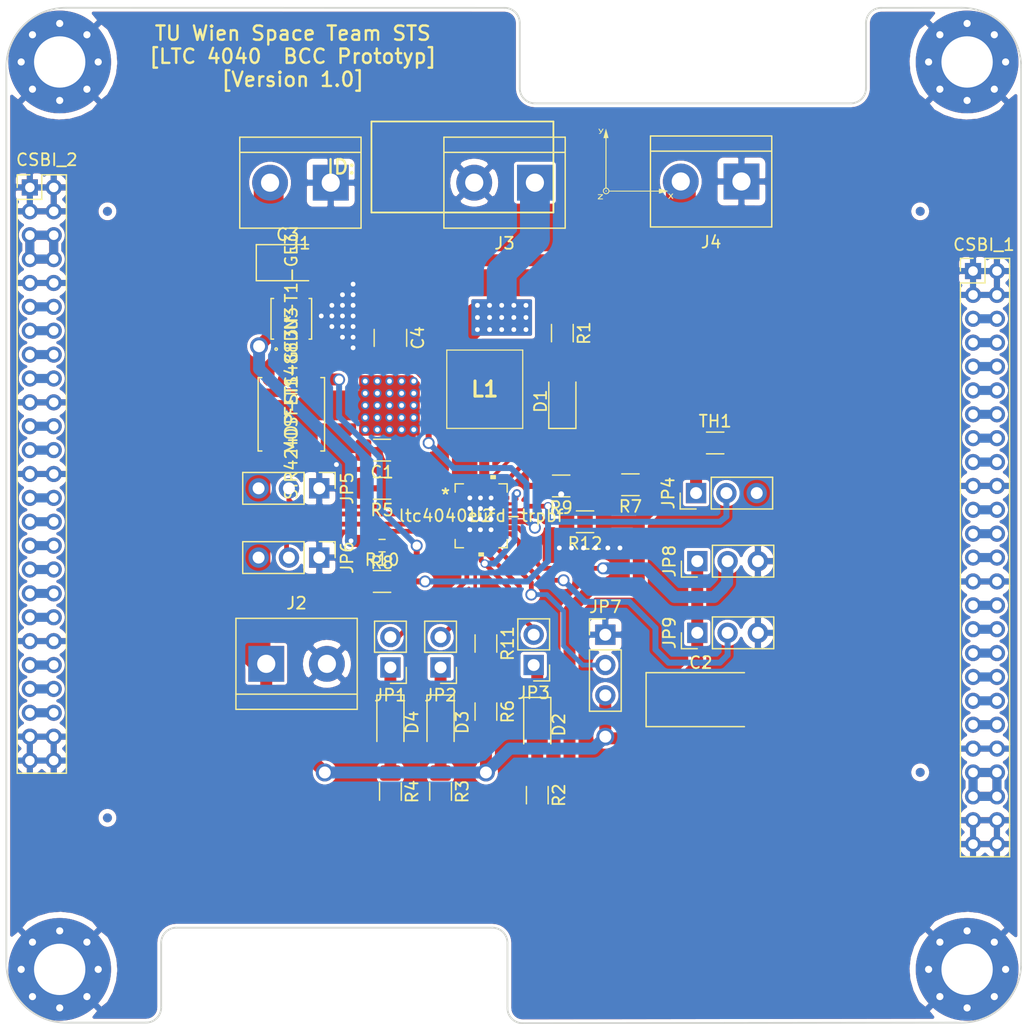
<source format=kicad_pcb>
(kicad_pcb (version 20171130) (host pcbnew "(5.1.10)-1")
  (title_block (rev BCC_LTC_4040_Holzapfel_Clemens))
  (layers (0 F.Cu signal) (1 In1.Cu power hide) (2 In2.Cu mixed hide) (31 B.Cu signal) (34 B.Paste user) (35 F.Paste user hide) (36 B.SilkS user) (37 F.SilkS user) (38 B.Mask user hide) (39 F.Mask user hide) (44 Edge.Cuts user))
  (net 0 "")
  (net 1 GND)
  (net 2 /STS1_connector/EDU_SPI_6)
  (net 3 /STS1_connector/EDU_SPI_5)
  (net 4 /STS1_connector/EDU_SPI_4)
  (net 5 /STS1_connector/EDU_SPI_3)
  (net 6 /STS1_connector/EDU_SPI_2)
  (net 7 /STS1_connector/EDU_SPI_1)
  (net 8 /STS1_connector/EDU_UPDATE)
  (net 9 /STS1_connector/EDU_EN)
  (net 10 /STS1_connector/UART_COBC_EDU_2)
  (net 11 /STS1_connector/UART_COBC_EDU_1)
  (net 12 /STS1_connector/EDU_Heartbeat)
  (net 13 /STS1_connector/COBC_SPI_6)
  (net 14 /STS1_connector/COBC_SPI_5)
  (net 15 /STS1_connector/COBC_SPI_4)
  (net 16 /STS1_connector/COBC_SPI_3)
  (net 17 /STS1_connector/COBC_SPI_2)
  (net 18 /STS1_connector/COBC_SPI_1)
  (net 19 /STS1_connector/EPS_CHARGING)
  (net 20 /STS1_connector/EPS_ANT_DEPLOYED)
  (net 21 /STS1_connector/EPS_BAT_GOOD)
  (net 22 /STS1_connector/UCI_COBC_3V3)
  (net 23 /STS1_connector/UCI_COBC_UART_2)
  (net 24 /STS1_connector/UCI_COBC_UART_1)
  (net 25 "Net-(CSBI_1-Pad11)")
  (net 26 "Net-(CSBI_2-Pad11)")
  (net 27 VSS)
  (net 28 BAT+)
  (net 29 "Net-(CSBI_1-Pad10)")
  (net 30 "Net-(CSBI_1-Pad7)")
  (net 31 "Net-(CSBI_1-Pad5)")
  (net 32 "Net-(CSBI_2-Pad45)")
  (net 33 "Net-(CSBI_2-Pad43)")
  (net 34 "Net-(CSBI_2-Pad41)")
  (net 35 "Net-(D1-Pad2)")
  (net 36 "Net-(D1-Pad1)")
  (net 37 "Net-(D2-Pad2)")
  (net 38 "Net-(D2-Pad1)")
  (net 39 "Net-(D3-Pad2)")
  (net 40 "Net-(D3-Pad1)")
  (net 41 "Net-(D4-Pad2)")
  (net 42 "Net-(D4-Pad1)")
  (net 43 "Net-(J4-Pad2)")
  (net 44 "Net-(JP1-Pad2)")
  (net 45 "Net-(JP2-Pad2)")
  (net 46 "Net-(JP3-Pad2)")
  (net 47 "Net-(JP4-Pad2)")
  (net 48 "Net-(JP4-Pad1)")
  (net 49 "Net-(JP5-Pad2)")
  (net 50 "Net-(JP6-Pad2)")
  (net 51 "Net-(JP7-Pad2)")
  (net 52 "Net-(JP8-Pad2)")
  (net 53 "Net-(JP9-Pad2)")
  (net 54 "Net-(L1-Pad1)")
  (net 55 "Net-(MOSFET1-Pad4)")
  (net 56 "Net-(MOSFET1-Pad1)")
  (net 57 "Net-(R5-Pad1)")
  (net 58 "Net-(R11-Pad2)")
  (net 59 "Net-(R7-Pad2)")
  (net 60 "Net-(R12-Pad2)")
  (net 61 /+5V)
  (net 62 /VDD)
  (module XAL6030-222MEB:XAL6030182MEB (layer F.Cu) (at 154.97 73.75 180)
    (fp_text reference L1 (at 0 0) (layer F.SilkS) (effects (font (size 1.27 1.27) (thickness 0.254))))
    (fp_text value XAL6030-222MEB hide)
    (pad 2 smd rect (at 2.02 0 180) (size 1.43 5.5) (layers F.Cu F.Paste F.Mask) (net 28 BAT+))
    (pad 1 smd rect (at -2.02 0 180) (size 1.43 5.5) (layers F.Cu F.Paste F.Mask) (net 54 "Net-(L1-Pad1)"))
  )
  (module Capacitor_SMD:C_1210_3225Metric_Pad1.33x2.70mm_HandSolder (layer F.Cu) (at 147.07 69.45 270)
    (fp_text reference C4 (at 0 -2.3 90) (layer F.SilkS))
    (fp_text value 10µF)
    (pad 2 smd roundrect (at 1.5625 0 270) (size 1.325 2.7) (layers F.Cu F.Paste F.Mask) (roundrect_rratio 0.188679) (net 1 GND))
    (pad 1 smd roundrect (at -1.5625 0 270) (size 1.325 2.7) (layers F.Cu F.Paste F.Mask) (roundrect_rratio 0.188679) (net 28 BAT+))
  )
  (module SiS488DN:SIS488DN-T1-GE3 (layer F.Cu) (at 138.77 67.85 270)
    (fp_text reference U3 (at 0 0 90) (layer F.SilkS))
    (fp_text value SIS488DN-T1-GE3 (at 0 0 90) (layer F.SilkS))
    (fp_poly (pts (xy -1.141197 -1.1176) (xy 0.255803 -1.1176) (xy 0.255803 -1.7018) (xy 0.586003 -1.7018) (xy 0.586003 1.7018) (xy 0.255803 1.7018) (xy 0.255803 1.1176) (xy -1.141197 1.1176)) (layer F.Cu) (width 0.1))
    (fp_text user * (at 0 0 90) (layer F.SilkS))
    (pad 4 smd rect (at 1.572999 -0.974999 270) (size 0.8636 0.3556) (layers F.Cu F.Paste F.Mask) (net 55 "Net-(MOSFET1-Pad4)"))
    (pad 3 smd rect (at 1.572999 -0.325001 270) (size 0.8636 0.3556) (layers F.Cu F.Paste F.Mask) (net 62 /VDD))
    (pad 2 smd rect (at 1.572999 0.325001 270) (size 0.8636 0.3556) (layers F.Cu F.Paste F.Mask) (net 62 /VDD))
    (pad 1 smd rect (at 1.572999 0.974999 270) (size 0.8636 0.3556) (layers F.Cu F.Paste F.Mask) (net 62 /VDD))
    (pad 8 smd rect (at -1.572999 0.974999 270) (size 0.8636 0.3556) (layers F.Cu F.Paste F.Mask) (net 61 /+5V))
    (pad 7 smd rect (at -1.572999 0.325001 270) (size 0.8636 0.3556) (layers F.Cu F.Paste F.Mask) (net 61 /+5V))
    (pad 6 smd rect (at -1.572999 -0.325001 270) (size 0.8636 0.3556) (layers F.Cu F.Paste F.Mask) (net 61 /+5V))
    (pad 5 smd rect (at -1.572999 -0.974999 270) (size 0.8636 0.3556) (layers F.Cu F.Paste F.Mask) (net 61 /+5V))
  )
  (module Resistor_SMD:R_1206_3216Metric_Pad1.30x1.75mm_HandSolder (layer F.Cu) (at 159.37 107.75 270)
    (fp_text reference R2 (at 0 -1.82 90) (layer F.SilkS))
    (fp_text value 150)
    (pad 2 smd roundrect (at 1.55 0 270) (size 1.3 1.75) (layers F.Cu F.Paste F.Mask) (roundrect_rratio 0.192308) (net 61 /+5V))
    (pad 1 smd roundrect (at -1.55 0 270) (size 1.3 1.75) (layers F.Cu F.Paste F.Mask) (roundrect_rratio 0.192308) (net 37 "Net-(D2-Pad2)"))
  )
  (module LED_SMD:LED_1206_3216Metric (layer F.Cu) (at 159.37 101.85 270)
    (fp_text reference D2 (at 0 -1.82 90) (layer F.SilkS))
    (fp_text value SMD_LED)
    (pad 2 smd roundrect (at 1.4 0 270) (size 1.25 1.75) (layers F.Cu F.Paste F.Mask) (roundrect_rratio 0.2) (net 37 "Net-(D2-Pad2)"))
    (pad 1 smd roundrect (at -1.4 0 270) (size 1.25 1.75) (layers F.Cu F.Paste F.Mask) (roundrect_rratio 0.2) (net 38 "Net-(D2-Pad1)"))
  )
  (module LTC4040_neu_2:ltc4040eufd-trpbf (layer F.Cu) (at 154.67 84.35)
    (fp_text reference U2 (at 0 0) (layer F.SilkS))
    (fp_text value ltc4040eufd-trpbf (at 0 0) (layer F.SilkS))
    (fp_text user * (at -2.9898 -1.75) (layer F.SilkS))
    (fp_text user * (at -2.9898 -1.75) (layer F.SilkS))
    (pad 25 smd rect (at 0 0) (size 2.75 3.75) (layers F.Cu F.Mask) (net 1 GND))
    (pad 24 smd rect (at -1.000001 -2.4524) (size 0.3 0.8048) (layers F.Cu F.Paste F.Mask) (net 27 VSS))
    (pad 23 smd rect (at -0.499999 -2.4524) (size 0.3 0.8048) (layers F.Cu F.Paste F.Mask) (net 28 BAT+))
    (pad 22 smd rect (at 0 -2.4524) (size 0.3 0.8048) (layers F.Cu F.Paste F.Mask) (net 54 "Net-(L1-Pad1)"))
    (pad 21 smd rect (at 0.499999 -2.4524) (size 0.3 0.8048) (layers F.Cu F.Paste F.Mask) (net 54 "Net-(L1-Pad1)"))
    (pad 20 smd rect (at 1.000001 -2.4524) (size 0.3 0.8048) (layers F.Cu F.Paste F.Mask) (net 36 "Net-(D1-Pad1)"))
    (pad 19 smd rect (at 1.952399 -1.5 90) (size 0.3 0.8048) (layers F.Cu F.Paste F.Mask) (net 59 "Net-(R7-Pad2)"))
    (pad 18 smd rect (at 1.952399 -1.000001 90) (size 0.3 0.8048) (layers F.Cu F.Paste F.Mask) (net 58 "Net-(R11-Pad2)"))
    (pad 17 smd rect (at 1.952399 -0.499999 90) (size 0.3 0.8048) (layers F.Cu F.Paste F.Mask) (net 47 "Net-(JP4-Pad2)"))
    (pad 16 smd rect (at 1.952399 0 90) (size 0.3 0.8048) (layers F.Cu F.Paste F.Mask) (net 60 "Net-(R12-Pad2)"))
    (pad 15 smd rect (at 1.952399 0.499999 90) (size 0.3 0.8048) (layers F.Cu F.Paste F.Mask) (net 55 "Net-(MOSFET1-Pad4)"))
    (pad 14 smd rect (at 1.952399 1.000001 90) (size 0.3 0.8048) (layers F.Cu F.Paste F.Mask) (net 52 "Net-(JP8-Pad2)"))
    (pad 13 smd rect (at 1.952399 1.5 90) (size 0.3 0.8048) (layers F.Cu F.Paste F.Mask) (net 53 "Net-(JP9-Pad2)"))
    (pad 12 smd rect (at 1.000001 2.4524) (size 0.3 0.8048) (layers F.Cu F.Paste F.Mask) (net 51 "Net-(JP7-Pad2)"))
    (pad 11 smd rect (at 0.499999 2.4524) (size 0.3 0.8048) (layers F.Cu F.Paste F.Mask) (net 46 "Net-(JP3-Pad2)"))
    (pad 10 smd rect (at 0 2.4524) (size 0.3 0.8048) (layers F.Cu F.Paste F.Mask) (net 58 "Net-(R11-Pad2)"))
    (pad 9 smd rect (at -0.499999 2.4524) (size 0.3 0.8048) (layers F.Cu F.Paste F.Mask) (net 45 "Net-(JP2-Pad2)"))
    (pad 8 smd rect (at -1.000001 2.4524) (size 0.3 0.8048) (layers F.Cu F.Paste F.Mask) (net 44 "Net-(JP1-Pad2)"))
    (pad 7 smd rect (at -1.952399 1.5 90) (size 0.3 0.8048) (layers F.Cu F.Paste F.Mask) (net 56 "Net-(MOSFET1-Pad1)"))
    (pad 6 smd rect (at -1.952399 1.000001 90) (size 0.3 0.8048) (layers F.Cu F.Paste F.Mask) (net 62 /VDD))
    (pad 5 smd rect (at -1.952399 0.499999 90) (size 0.3 0.8048) (layers F.Cu F.Paste F.Mask) (net 50 "Net-(JP6-Pad2)"))
    (pad 4 smd rect (at -1.952399 0 90) (size 0.3 0.8048) (layers F.Cu F.Paste F.Mask) (net 49 "Net-(JP5-Pad2)"))
    (pad 3 smd rect (at -1.952399 -0.499999 90) (size 0.3 0.8048) (layers F.Cu F.Paste F.Mask))
    (pad 2 smd rect (at -1.952399 -1.000001 90) (size 0.3 0.8048) (layers F.Cu F.Paste F.Mask) (net 57 "Net-(R5-Pad1)"))
    (pad 1 smd rect (at -1.952399 -1.5 90) (size 0.3 0.8048) (layers F.Cu F.Paste F.Mask) (net 27 VSS))
  )
  (module Resistor_SMD:R_1206_3216Metric_Pad1.30x1.75mm_HandSolder (layer F.Cu) (at 174.27 78.25)
    (fp_text reference TH1 (at 0 -1.82) (layer F.SilkS))
    (fp_text value Thermistor_NTC_10k)
    (pad 2 smd roundrect (at 1.55 0) (size 1.3 1.75) (layers F.Cu F.Paste F.Mask) (roundrect_rratio 0.192308) (net 1 GND))
    (pad 1 smd roundrect (at -1.55 0) (size 1.3 1.75) (layers F.Cu F.Paste F.Mask) (roundrect_rratio 0.192308) (net 48 "Net-(JP4-Pad1)"))
  )
  (module Resistor_SMD:R_1206_3216Metric_Pad1.30x1.75mm_HandSolder (layer F.Cu) (at 163.37 84.85 180)
    (fp_text reference R12 (at 0 -1.82) (layer F.SilkS))
    (fp_text value 6,2k)
    (pad 2 smd roundrect (at 1.55 0 180) (size 1.3 1.75) (layers F.Cu F.Paste F.Mask) (roundrect_rratio 0.192308) (net 60 "Net-(R12-Pad2)"))
    (pad 1 smd roundrect (at -1.55 0 180) (size 1.3 1.75) (layers F.Cu F.Paste F.Mask) (roundrect_rratio 0.192308) (net 61 /+5V))
  )
  (module Resistor_SMD:R_1206_3216Metric_Pad1.30x1.75mm_HandSolder (layer F.Cu) (at 155.07 95.05 270)
    (fp_text reference R11 (at 0 -1.82 90) (layer F.SilkS))
    (fp_text value 324k)
    (pad 2 smd roundrect (at 1.55 0 270) (size 1.3 1.75) (layers F.Cu F.Paste F.Mask) (roundrect_rratio 0.192308) (net 58 "Net-(R11-Pad2)"))
    (pad 1 smd roundrect (at -1.55 0 270) (size 1.3 1.75) (layers F.Cu F.Paste F.Mask) (roundrect_rratio 0.192308) (net 1 GND))
  )
  (module Resistor_SMD:R_1206_3216Metric_Pad1.30x1.75mm_HandSolder (layer F.Cu) (at 146.37 89.85)
    (fp_text reference R10 (at 0 -1.82) (layer F.SilkS))
    (fp_text value 10k)
    (pad 2 smd roundrect (at 1.55 0) (size 1.3 1.75) (layers F.Cu F.Paste F.Mask) (roundrect_rratio 0.192308) (net 47 "Net-(JP4-Pad2)"))
    (pad 1 smd roundrect (at -1.55 0) (size 1.3 1.75) (layers F.Cu F.Paste F.Mask) (roundrect_rratio 0.192308) (net 62 /VDD))
  )
  (module Resistor_SMD:R_1206_3216Metric_Pad1.30x1.75mm_HandSolder (layer F.Cu) (at 161.37 81.85 180)
    (fp_text reference R9 (at 0 -1.82) (layer F.SilkS))
    (fp_text value 60,4k)
    (pad 2 smd roundrect (at 1.55 0 180) (size 1.3 1.75) (layers F.Cu F.Paste F.Mask) (roundrect_rratio 0.192308) (net 1 GND))
    (pad 1 smd roundrect (at -1.55 0 180) (size 1.3 1.75) (layers F.Cu F.Paste F.Mask) (roundrect_rratio 0.192308) (net 59 "Net-(R7-Pad2)"))
  )
  (module Resistor_SMD:R_0603_1608Metric_Pad0.98x0.95mm_HandSolder (layer F.Cu) (at 146.37 86.85 180)
    (fp_text reference R8 (at 0 -1.43) (layer F.SilkS))
    (fp_text value 10m)
    (pad 2 smd roundrect (at 0.9125 0 180) (size 0.975 0.95) (layers F.Cu F.Paste F.Mask) (net 62 /VDD))
    (pad 1 smd roundrect (at -0.9125 0 180) (size 0.975 0.95) (layers F.Cu F.Paste F.Mask) (net 56 "Net-(MOSFET1-Pad1)"))
  )
  (module Resistor_SMD:R_1206_3216Metric_Pad1.30x1.75mm_HandSolder (layer F.Cu) (at 167.17 81.75 180)
    (fp_text reference R7 (at 0 -1.82) (layer F.SilkS))
    (fp_text value 178k)
    (pad 2 smd roundrect (at 1.55 0 180) (size 1.3 1.75) (layers F.Cu F.Paste F.Mask) (roundrect_rratio 0.192308) (net 59 "Net-(R7-Pad2)"))
    (pad 1 smd roundrect (at -1.55 0 180) (size 1.3 1.75) (layers F.Cu F.Paste F.Mask) (roundrect_rratio 0.192308) (net 61 /+5V))
  )
  (module Resistor_SMD:R_1206_3216Metric_Pad1.30x1.75mm_HandSolder (layer F.Cu) (at 155.07 100.75 270)
    (fp_text reference R6 (at 0 -1.82 90) (layer F.SilkS))
    (fp_text value 1700k)
    (pad 2 smd roundrect (at 1.55 0 270) (size 1.3 1.75) (layers F.Cu F.Paste F.Mask) (roundrect_rratio 0.192308) (net 27 VSS))
    (pad 1 smd roundrect (at -1.55 0 270) (size 1.3 1.75) (layers F.Cu F.Paste F.Mask) (roundrect_rratio 0.192308) (net 58 "Net-(R11-Pad2)"))
  )
  (module Resistor_SMD:R_1206_3216Metric_Pad1.30x1.75mm_HandSolder (layer F.Cu) (at 146.37 82.05 180)
    (fp_text reference R5 (at 0 -1.82) (layer F.SilkS))
    (fp_text value 1,33k)
    (pad 2 smd roundrect (at 1.55 0 180) (size 1.3 1.75) (layers F.Cu F.Paste F.Mask) (roundrect_rratio 0.192308) (net 1 GND))
    (pad 1 smd roundrect (at -1.55 0 180) (size 1.3 1.75) (layers F.Cu F.Paste F.Mask) (roundrect_rratio 0.192308) (net 57 "Net-(R5-Pad1)"))
  )
  (module Resistor_SMD:R_1206_3216Metric_Pad1.30x1.75mm_HandSolder (layer F.Cu) (at 147.07 107.45 270)
    (fp_text reference R4 (at 0 -1.82 90) (layer F.SilkS))
    (fp_text value 150)
    (pad 2 smd roundrect (at 1.55 0 270) (size 1.3 1.75) (layers F.Cu F.Paste F.Mask) (roundrect_rratio 0.192308) (net 61 /+5V))
    (pad 1 smd roundrect (at -1.55 0 270) (size 1.3 1.75) (layers F.Cu F.Paste F.Mask) (roundrect_rratio 0.192308) (net 41 "Net-(D4-Pad2)"))
  )
  (module Resistor_SMD:R_1206_3216Metric_Pad1.30x1.75mm_HandSolder (layer F.Cu) (at 151.27 107.45 270)
    (fp_text reference R3 (at 0 -1.82 90) (layer F.SilkS))
    (fp_text value 150)
    (pad 2 smd roundrect (at 1.55 0 270) (size 1.3 1.75) (layers F.Cu F.Paste F.Mask) (roundrect_rratio 0.192308) (net 61 /+5V))
    (pad 1 smd roundrect (at -1.55 0 270) (size 1.3 1.75) (layers F.Cu F.Paste F.Mask) (roundrect_rratio 0.192308) (net 39 "Net-(D3-Pad2)"))
  )
  (module Resistor_SMD:R_1206_3216Metric_Pad1.30x1.75mm_HandSolder (layer F.Cu) (at 161.47 69.05 270)
    (fp_text reference R1 (at 0 -1.82 90) (layer F.SilkS))
    (fp_text value 150)
    (pad 2 smd roundrect (at 1.55 0 270) (size 1.3 1.75) (layers F.Cu F.Paste F.Mask) (roundrect_rratio 0.192308) (net 35 "Net-(D1-Pad2)"))
    (pad 1 smd roundrect (at -1.55 0 270) (size 1.3 1.75) (layers F.Cu F.Paste F.Mask) (roundrect_rratio 0.192308) (net 61 /+5V))
  )
  (module "SIR 424DP-T1_GE3:SIR424DP-T1-GE3" (layer F.Cu) (at 138.77 75.85 270)
    (fp_text reference MOSFET1 (at 0 0 90) (layer F.SilkS))
    (fp_text value SIR424DP-T1-GE3 (at 0 0 90) (layer F.SilkS))
    (fp_poly (pts (xy -1.143 -2.159) (xy 2.413 -2.159) (xy 2.413 2.159) (xy -1.143 2.159)) (layer F.Cu) (width 0.1))
    (fp_text user * (at 0 0 90) (layer F.SilkS))
    (pad 8 smd rect (at 2.921 -1.905 270) (size 1.016 0.4572) (layers F.Cu F.Paste F.Mask) (net 27 VSS))
    (pad 7 smd rect (at 2.921 -0.635 270) (size 1.016 0.4572) (layers F.Cu F.Paste F.Mask) (net 27 VSS))
    (pad 6 smd rect (at 2.921 0.635 270) (size 1.016 0.4572) (layers F.Cu F.Paste F.Mask) (net 27 VSS))
    (pad 5 smd rect (at 2.921 1.905 270) (size 1.016 0.4572) (layers F.Cu F.Paste F.Mask) (net 27 VSS))
    (pad 4 smd rect (at -2.921 1.905 270) (size 1.016 0.4572) (layers F.Cu F.Paste F.Mask) (net 55 "Net-(MOSFET1-Pad4)"))
    (pad 3 smd rect (at -2.921 0.635 270) (size 1.016 0.4572) (layers F.Cu F.Paste F.Mask) (net 56 "Net-(MOSFET1-Pad1)"))
    (pad 2 smd rect (at -2.921 -0.635 270) (size 1.016 0.4572) (layers F.Cu F.Paste F.Mask) (net 56 "Net-(MOSFET1-Pad1)"))
    (pad 1 smd rect (at -2.921 -1.905 270) (size 1.016 0.4572) (layers F.Cu F.Paste F.Mask) (net 56 "Net-(MOSFET1-Pad1)"))
  )
  (module Connector_PinHeader_2.54mm:PinHeader_1x03_P2.54mm_Vertical (layer F.Cu) (at 172.77 94.15 90)
    (fp_text reference JP9 (at 0 -2.33 90) (layer F.SilkS))
    (fp_text value Jumper_3_Bridged12)
    (pad 3 thru_hole oval (at 0 5.08 90) (size 1.7 1.7) (drill 1) (layers *.Cu *.Mask) (net 1 GND))
    (pad 2 thru_hole oval (at 0 2.54 90) (size 1.7 1.7) (drill 1) (layers *.Cu *.Mask) (net 53 "Net-(JP9-Pad2)"))
    (pad 1 thru_hole rect (at 0 0 90) (size 1.7 1.7) (drill 1) (layers *.Cu *.Mask) (net 27 VSS))
  )
  (module Connector_PinHeader_2.54mm:PinHeader_1x03_P2.54mm_Vertical (layer F.Cu) (at 172.77 88.15 90)
    (fp_text reference JP8 (at 0 -2.33 90) (layer F.SilkS))
    (fp_text value Jumper_3_Bridged12)
    (pad 3 thru_hole oval (at 0 5.08 90) (size 1.7 1.7) (drill 1) (layers *.Cu *.Mask) (net 1 GND))
    (pad 2 thru_hole oval (at 0 2.54 90) (size 1.7 1.7) (drill 1) (layers *.Cu *.Mask) (net 52 "Net-(JP8-Pad2)"))
    (pad 1 thru_hole rect (at 0 0 90) (size 1.7 1.7) (drill 1) (layers *.Cu *.Mask) (net 27 VSS))
  )
  (module Connector_PinHeader_2.54mm:PinHeader_1x03_P2.54mm_Vertical (layer F.Cu) (at 165.07 94.31)
    (fp_text reference JP7 (at 0 -2.33) (layer F.SilkS))
    (fp_text value Jumper_3_Bridged12)
    (pad 3 thru_hole oval (at 0 5.08) (size 1.7 1.7) (drill 1) (layers *.Cu *.Mask) (net 27 VSS))
    (pad 2 thru_hole oval (at 0 2.54) (size 1.7 1.7) (drill 1) (layers *.Cu *.Mask) (net 51 "Net-(JP7-Pad2)"))
    (pad 1 thru_hole rect (at 0 0) (size 1.7 1.7) (drill 1) (layers *.Cu *.Mask) (net 1 GND))
  )
  (module Connector_PinHeader_2.54mm:PinHeader_1x03_P2.54mm_Vertical (layer F.Cu) (at 141.11 87.85 270)
    (fp_text reference JP6 (at 0 -2.33 90) (layer F.SilkS))
    (fp_text value Jumper_3_Bridged12)
    (pad 3 thru_hole oval (at 0 5.08 270) (size 1.7 1.7) (drill 1) (layers *.Cu *.Mask) (net 27 VSS))
    (pad 2 thru_hole oval (at 0 2.54 270) (size 1.7 1.7) (drill 1) (layers *.Cu *.Mask) (net 50 "Net-(JP6-Pad2)"))
    (pad 1 thru_hole rect (at 0 0 270) (size 1.7 1.7) (drill 1) (layers *.Cu *.Mask) (net 1 GND))
  )
  (module Connector_PinHeader_2.54mm:PinHeader_1x03_P2.54mm_Vertical (layer F.Cu) (at 141.11 82.05 270)
    (fp_text reference JP5 (at 0 -2.33 90) (layer F.SilkS))
    (fp_text value Jumper_3_Bridged12)
    (pad 3 thru_hole oval (at 0 5.08 270) (size 1.7 1.7) (drill 1) (layers *.Cu *.Mask) (net 27 VSS))
    (pad 2 thru_hole oval (at 0 2.54 270) (size 1.7 1.7) (drill 1) (layers *.Cu *.Mask) (net 49 "Net-(JP5-Pad2)"))
    (pad 1 thru_hole rect (at 0 0 270) (size 1.7 1.7) (drill 1) (layers *.Cu *.Mask) (net 1 GND))
  )
  (module Connector_PinHeader_2.54mm:PinHeader_1x03_P2.54mm_Vertical (layer F.Cu) (at 172.67 82.45 90)
    (fp_text reference JP4 (at 0 -2.33 90) (layer F.SilkS))
    (fp_text value Jumper_3_Bridged12)
    (pad 3 thru_hole oval (at 0 5.08 90) (size 1.7 1.7) (drill 1) (layers *.Cu *.Mask) (net 43 "Net-(J4-Pad2)"))
    (pad 2 thru_hole oval (at 0 2.54 90) (size 1.7 1.7) (drill 1) (layers *.Cu *.Mask) (net 47 "Net-(JP4-Pad2)"))
    (pad 1 thru_hole rect (at 0 0 90) (size 1.7 1.7) (drill 1) (layers *.Cu *.Mask) (net 48 "Net-(JP4-Pad1)"))
  )
  (module Connector_PinHeader_2.54mm:PinHeader_1x02_P2.54mm_Vertical (layer F.Cu) (at 159.07 96.85 180)
    (fp_text reference JP3 (at 0 -2.33) (layer F.SilkS))
    (fp_text value Jumper_2_Bridged)
    (pad 2 thru_hole oval (at 0 2.54 180) (size 1.7 1.7) (drill 1) (layers *.Cu *.Mask) (net 46 "Net-(JP3-Pad2)"))
    (pad 1 thru_hole rect (at 0 0 180) (size 1.7 1.7) (drill 1) (layers *.Cu *.Mask) (net 38 "Net-(D2-Pad1)"))
  )
  (module Connector_PinHeader_2.54mm:PinHeader_1x02_P2.54mm_Vertical (layer F.Cu) (at 151.27 97.05 180)
    (fp_text reference JP2 (at 0 -2.33) (layer F.SilkS))
    (fp_text value Jumper_2_Bridged)
    (pad 2 thru_hole oval (at 0 2.54 180) (size 1.7 1.7) (drill 1) (layers *.Cu *.Mask) (net 45 "Net-(JP2-Pad2)"))
    (pad 1 thru_hole rect (at 0 0 180) (size 1.7 1.7) (drill 1) (layers *.Cu *.Mask) (net 40 "Net-(D3-Pad1)"))
  )
  (module Connector_PinHeader_2.54mm:PinHeader_1x02_P2.54mm_Vertical (layer F.Cu) (at 147.07 97.05 180)
    (fp_text reference JP1 (at 0 -2.33) (layer F.SilkS))
    (fp_text value Jumper_2_Bridged)
    (pad 2 thru_hole oval (at 0 2.54 180) (size 1.7 1.7) (drill 1) (layers *.Cu *.Mask) (net 44 "Net-(JP1-Pad2)"))
    (pad 1 thru_hole rect (at 0 0 180) (size 1.7 1.7) (drill 1) (layers *.Cu *.Mask) (net 42 "Net-(D4-Pad1)"))
  )
  (module TerminalBlock:TerminalBlock_bornier-2_P5.08mm (layer F.Cu) (at 176.47 56.35 180)
    (fp_text reference J4 (at 2.54 -5.08) (layer F.SilkS))
    (fp_text value Screw_Terminal_01x02)
    (pad 2 thru_hole circle (at 5.08 0 180) (size 3 3) (drill 1.52) (layers *.Cu *.Mask) (net 43 "Net-(J4-Pad2)"))
    (pad 1 thru_hole rect (at 0 0 180) (size 3 3) (drill 1.52) (layers *.Cu *.Mask) (net 1 GND))
  )
  (module TerminalBlock:TerminalBlock_bornier-2_P5.08mm (layer F.Cu) (at 159.17 56.45 180)
    (fp_text reference J3 (at 2.54 -5.08) (layer F.SilkS))
    (fp_text value Battery_Anschluss)
    (pad 2 thru_hole circle (at 5.08 0 180) (size 3 3) (drill 1.52) (layers *.Cu *.Mask) (net 1 GND))
    (pad 1 thru_hole rect (at 0 0 180) (size 3 3) (drill 1.52) (layers *.Cu *.Mask) (net 28 BAT+))
  )
  (module TerminalBlock:TerminalBlock_bornier-2_P5.08mm (layer F.Cu) (at 136.67 96.75)
    (fp_text reference J2 (at 2.54 -5.08) (layer F.SilkS))
    (fp_text value BCC_Ausgang)
    (pad 2 thru_hole circle (at 5.08 0) (size 3 3) (drill 1.52) (layers *.Cu *.Mask) (net 1 GND))
    (pad 1 thru_hole rect (at 0 0) (size 3 3) (drill 1.52) (layers *.Cu *.Mask) (net 27 VSS))
  )
  (module TerminalBlock:TerminalBlock_bornier-2_P5.08mm (layer F.Cu) (at 142.07 56.45 180)
    (fp_text reference J1 (at 2.54 -5.08) (layer F.SilkS))
    (fp_text value SCC_Eingang)
    (pad 2 thru_hole circle (at 5.08 0 180) (size 3 3) (drill 1.52) (layers *.Cu *.Mask) (net 61 /+5V))
    (pad 1 thru_hole rect (at 0 0 180) (size 3 3) (drill 1.52) (layers *.Cu *.Mask) (net 1 GND))
  )
  (module LED_SMD:LED_1206_3216Metric (layer F.Cu) (at 147.07 101.65 270)
    (fp_text reference D4 (at 0 -1.82 90) (layer F.SilkS))
    (fp_text value SMD_LED)
    (pad 2 smd roundrect (at 1.4 0 270) (size 1.25 1.75) (layers F.Cu F.Paste F.Mask) (roundrect_rratio 0.2) (net 41 "Net-(D4-Pad2)"))
    (pad 1 smd roundrect (at -1.4 0 270) (size 1.25 1.75) (layers F.Cu F.Paste F.Mask) (roundrect_rratio 0.2) (net 42 "Net-(D4-Pad1)"))
  )
  (module LED_SMD:LED_1206_3216Metric (layer F.Cu) (at 151.27 101.65 270)
    (fp_text reference D3 (at 0 -1.82 90) (layer F.SilkS))
    (fp_text value SMD_LED)
    (pad 2 smd roundrect (at 1.4 0 270) (size 1.25 1.75) (layers F.Cu F.Paste F.Mask) (roundrect_rratio 0.2) (net 39 "Net-(D3-Pad2)"))
    (pad 1 smd roundrect (at -1.4 0 270) (size 1.25 1.75) (layers F.Cu F.Paste F.Mask) (roundrect_rratio 0.2) (net 40 "Net-(D3-Pad1)"))
  )
  (module LED_SMD:LED_1206_3216Metric (layer F.Cu) (at 161.47 74.75 90)
    (fp_text reference D1 (at 0 -1.82 90) (layer F.SilkS))
    (fp_text value SMD_LED)
    (pad 2 smd roundrect (at 1.4 0 90) (size 1.25 1.75) (layers F.Cu F.Paste F.Mask) (roundrect_rratio 0.2) (net 35 "Net-(D1-Pad2)"))
    (pad 1 smd roundrect (at -1.4 0 90) (size 1.25 1.75) (layers F.Cu F.Paste F.Mask) (roundrect_rratio 0.2) (net 36 "Net-(D1-Pad1)"))
  )
  (module Capacitor_Tantalum_SMD:CP_EIA-3528-21_Kemet-B_Pad1.50x2.35mm_HandSolder (layer F.Cu) (at 138.47 63.15)
    (fp_text reference C3 (at 0 -2.35) (layer F.SilkS))
    (fp_text value 2,2µF)
    (pad 2 smd roundrect (at 1.625 0) (size 1.5 2.35) (layers F.Cu F.Paste F.Mask) (roundrect_rratio 0.166667) (net 1 GND))
    (pad 1 smd roundrect (at -1.625 0) (size 1.5 2.35) (layers F.Cu F.Paste F.Mask) (roundrect_rratio 0.166667) (net 61 /+5V))
  )
  (module Capacitor_Tantalum_SMD:CP_EIA-7343-15_Kemet-W_Pad2.25x2.55mm_HandSolder (layer F.Cu) (at 173.07 99.75)
    (fp_text reference C2 (at 0 -3.1) (layer F.SilkS))
    (fp_text value 100µF)
    (pad 2 smd roundrect (at 3.2 0) (size 2.25 2.55) (layers F.Cu F.Paste F.Mask) (roundrect_rratio 0.111111) (net 1 GND))
    (pad 1 smd roundrect (at -3.2 0) (size 2.25 2.55) (layers F.Cu F.Paste F.Mask) (roundrect_rratio 0.111111) (net 27 VSS))
  )
  (module Capacitor_SMD:C_1206_3216Metric_Pad1.33x1.80mm_HandSolder (layer F.Cu) (at 146.37 78.85 180)
    (fp_text reference C1 (at 0 -1.85) (layer F.SilkS))
    (fp_text value 0,1µF)
    (pad 2 smd roundrect (at 1.5625 0 180) (size 1.325 1.8) (layers F.Cu F.Paste F.Mask) (roundrect_rratio 0.188679) (net 1 GND))
    (pad 1 smd roundrect (at -1.5625 0 180) (size 1.325 1.8) (layers F.Cu F.Paste F.Mask) (roundrect_rratio 0.188679) (net 27 VSS))
  )
  (module STS:Coordinates (layer F.Cu) (at 167.59854 54.88636)
    (fp_text reference U1 hide)
    (fp_text value coordinate_system hide)
  )
  (module Fiducial:Fiducial_0.75mm_Mask1.5mm (layer B.Cu) (at 123.37 109.65)
    (fp_text reference FID8 hide)
    (fp_text value Fiducial)
    (pad "" smd circle (at 0 0) (size 0.75 0.75) (layers B.Cu B.Mask) (clearance 0.375))
  )
  (module Fiducial:Fiducial_0.75mm_Mask1.5mm (layer B.Cu) (at 191.442 105.84)
    (fp_text reference FID7 hide)
    (fp_text value Fiducial)
    (pad "" smd circle (at 0 0) (size 0.75 0.75) (layers B.Cu B.Mask) (clearance 0.375))
  )
  (module Fiducial:Fiducial_0.75mm_Mask1.5mm (layer B.Cu) (at 191.442 58.85)
    (fp_text reference FID6 hide)
    (fp_text value Fiducial)
    (pad "" smd circle (at 0 0) (size 0.75 0.75) (layers B.Cu B.Mask) (clearance 0.375))
  )
  (module Fiducial:Fiducial_0.75mm_Mask1.5mm (layer B.Cu) (at 123.37 58.85)
    (fp_text reference FID5 hide)
    (fp_text value Fiducial)
    (pad "" smd circle (at 0 0) (size 0.75 0.75) (layers B.Cu B.Mask) (clearance 0.375))
  )
  (module Connector_PinHeader_2.00mm:PinHeader_2x25_P2.00mm_Vertical (layer F.Cu) (at 195.87 63.85)
    (fp_text reference CSBI_1 (at 0.906 -2.206) (layer F.SilkS))
    (fp_text value Conn_02x25_Odd_Even)
    (pad 50 thru_hole oval (at 2 48) (size 1.35 1.35) (drill 0.8) (layers *.Cu *.Mask) (net 1 GND))
    (pad 49 thru_hole oval (at 0 48) (size 1.35 1.35) (drill 0.8) (layers *.Cu *.Mask) (net 1 GND))
    (pad 48 thru_hole oval (at 2 46) (size 1.35 1.35) (drill 0.8) (layers *.Cu *.Mask) (net 1 GND))
    (pad 47 thru_hole oval (at 0 46) (size 1.35 1.35) (drill 0.8) (layers *.Cu *.Mask) (net 1 GND))
    (pad 46 thru_hole oval (at 2 44) (size 1.35 1.35) (drill 0.8) (layers *.Cu *.Mask) (net 27 VSS))
    (pad 45 thru_hole oval (at 0 44) (size 1.35 1.35) (drill 0.8) (layers *.Cu *.Mask) (net 27 VSS))
    (pad 44 thru_hole oval (at 2 42) (size 1.35 1.35) (drill 0.8) (layers *.Cu *.Mask) (net 27 VSS))
    (pad 43 thru_hole oval (at 0 42) (size 1.35 1.35) (drill 0.8) (layers *.Cu *.Mask) (net 27 VSS))
    (pad 42 thru_hole oval (at 2 40) (size 1.35 1.35) (drill 0.8) (layers *.Cu *.Mask) (net 1 GND))
    (pad 41 thru_hole oval (at 0 40) (size 1.35 1.35) (drill 0.8) (layers *.Cu *.Mask) (net 1 GND))
    (pad 40 thru_hole oval (at 2 38) (size 1.35 1.35) (drill 0.8) (layers *.Cu *.Mask) (net 13 /STS1_connector/COBC_SPI_6))
    (pad 39 thru_hole oval (at 0 38) (size 1.35 1.35) (drill 0.8) (layers *.Cu *.Mask) (net 13 /STS1_connector/COBC_SPI_6))
    (pad 38 thru_hole oval (at 2 36) (size 1.35 1.35) (drill 0.8) (layers *.Cu *.Mask) (net 14 /STS1_connector/COBC_SPI_5))
    (pad 37 thru_hole oval (at 0 36) (size 1.35 1.35) (drill 0.8) (layers *.Cu *.Mask) (net 14 /STS1_connector/COBC_SPI_5))
    (pad 36 thru_hole oval (at 2 34) (size 1.35 1.35) (drill 0.8) (layers *.Cu *.Mask) (net 15 /STS1_connector/COBC_SPI_4))
    (pad 35 thru_hole oval (at 0 34) (size 1.35 1.35) (drill 0.8) (layers *.Cu *.Mask) (net 15 /STS1_connector/COBC_SPI_4))
    (pad 34 thru_hole oval (at 2 32) (size 1.35 1.35) (drill 0.8) (layers *.Cu *.Mask) (net 16 /STS1_connector/COBC_SPI_3))
    (pad 33 thru_hole oval (at 0 32) (size 1.35 1.35) (drill 0.8) (layers *.Cu *.Mask) (net 16 /STS1_connector/COBC_SPI_3))
    (pad 32 thru_hole oval (at 2 30) (size 1.35 1.35) (drill 0.8) (layers *.Cu *.Mask) (net 17 /STS1_connector/COBC_SPI_2))
    (pad 31 thru_hole oval (at 0 30) (size 1.35 1.35) (drill 0.8) (layers *.Cu *.Mask) (net 17 /STS1_connector/COBC_SPI_2))
    (pad 30 thru_hole oval (at 2 28) (size 1.35 1.35) (drill 0.8) (layers *.Cu *.Mask) (net 18 /STS1_connector/COBC_SPI_1))
    (pad 29 thru_hole oval (at 0 28) (size 1.35 1.35) (drill 0.8) (layers *.Cu *.Mask) (net 18 /STS1_connector/COBC_SPI_1))
    (pad 28 thru_hole oval (at 2 26) (size 1.35 1.35) (drill 0.8) (layers *.Cu *.Mask) (net 1 GND))
    (pad 27 thru_hole oval (at 0 26) (size 1.35 1.35) (drill 0.8) (layers *.Cu *.Mask) (net 1 GND))
    (pad 26 thru_hole oval (at 2 24) (size 1.35 1.35) (drill 0.8) (layers *.Cu *.Mask) (net 19 /STS1_connector/EPS_CHARGING))
    (pad 25 thru_hole oval (at 0 24) (size 1.35 1.35) (drill 0.8) (layers *.Cu *.Mask) (net 19 /STS1_connector/EPS_CHARGING))
    (pad 24 thru_hole oval (at 2 22) (size 1.35 1.35) (drill 0.8) (layers *.Cu *.Mask) (net 20 /STS1_connector/EPS_ANT_DEPLOYED))
    (pad 23 thru_hole oval (at 0 22) (size 1.35 1.35) (drill 0.8) (layers *.Cu *.Mask) (net 20 /STS1_connector/EPS_ANT_DEPLOYED))
    (pad 22 thru_hole oval (at 2 20) (size 1.35 1.35) (drill 0.8) (layers *.Cu *.Mask) (net 21 /STS1_connector/EPS_BAT_GOOD))
    (pad 21 thru_hole oval (at 0 20) (size 1.35 1.35) (drill 0.8) (layers *.Cu *.Mask) (net 21 /STS1_connector/EPS_BAT_GOOD))
    (pad 20 thru_hole oval (at 2 18) (size 1.35 1.35) (drill 0.8) (layers *.Cu *.Mask) (net 1 GND))
    (pad 19 thru_hole oval (at 0 18) (size 1.35 1.35) (drill 0.8) (layers *.Cu *.Mask) (net 1 GND))
    (pad 18 thru_hole oval (at 2 16) (size 1.35 1.35) (drill 0.8) (layers *.Cu *.Mask) (net 22 /STS1_connector/UCI_COBC_3V3))
    (pad 17 thru_hole oval (at 0 16) (size 1.35 1.35) (drill 0.8) (layers *.Cu *.Mask) (net 22 /STS1_connector/UCI_COBC_3V3))
    (pad 16 thru_hole oval (at 2 14) (size 1.35 1.35) (drill 0.8) (layers *.Cu *.Mask) (net 23 /STS1_connector/UCI_COBC_UART_2))
    (pad 15 thru_hole oval (at 0 14) (size 1.35 1.35) (drill 0.8) (layers *.Cu *.Mask) (net 23 /STS1_connector/UCI_COBC_UART_2))
    (pad 14 thru_hole oval (at 2 12) (size 1.35 1.35) (drill 0.8) (layers *.Cu *.Mask) (net 24 /STS1_connector/UCI_COBC_UART_1))
    (pad 13 thru_hole oval (at 0 12) (size 1.35 1.35) (drill 0.8) (layers *.Cu *.Mask) (net 24 /STS1_connector/UCI_COBC_UART_1))
    (pad 12 thru_hole oval (at 2 10) (size 1.35 1.35) (drill 0.8) (layers *.Cu *.Mask) (net 25 "Net-(CSBI_1-Pad11)"))
    (pad 11 thru_hole oval (at 0 10) (size 1.35 1.35) (drill 0.8) (layers *.Cu *.Mask) (net 25 "Net-(CSBI_1-Pad11)"))
    (pad 10 thru_hole oval (at 2 8) (size 1.35 1.35) (drill 0.8) (layers *.Cu *.Mask) (net 29 "Net-(CSBI_1-Pad10)"))
    (pad 9 thru_hole oval (at 0 8) (size 1.35 1.35) (drill 0.8) (layers *.Cu *.Mask) (net 29 "Net-(CSBI_1-Pad10)"))
    (pad 8 thru_hole oval (at 2 6) (size 1.35 1.35) (drill 0.8) (layers *.Cu *.Mask) (net 30 "Net-(CSBI_1-Pad7)"))
    (pad 7 thru_hole oval (at 0 6) (size 1.35 1.35) (drill 0.8) (layers *.Cu *.Mask) (net 30 "Net-(CSBI_1-Pad7)"))
    (pad 6 thru_hole oval (at 2 4) (size 1.35 1.35) (drill 0.8) (layers *.Cu *.Mask) (net 31 "Net-(CSBI_1-Pad5)"))
    (pad 5 thru_hole oval (at 0 4) (size 1.35 1.35) (drill 0.8) (layers *.Cu *.Mask) (net 31 "Net-(CSBI_1-Pad5)"))
    (pad 4 thru_hole oval (at 2 2) (size 1.35 1.35) (drill 0.8) (layers *.Cu *.Mask) (net 1 GND))
    (pad 3 thru_hole oval (at 0 2) (size 1.35 1.35) (drill 0.8) (layers *.Cu *.Mask) (net 1 GND))
    (pad 2 thru_hole oval (at 2 0) (size 1.35 1.35) (drill 0.8) (layers *.Cu *.Mask) (net 1 GND))
    (pad 1 thru_hole rect (at 0 0) (size 1.35 1.35) (drill 0.8) (layers *.Cu *.Mask) (net 1 GND))
  )
  (module Connector_PinHeader_2.00mm:PinHeader_2x25_P2.00mm_Vertical (layer F.Cu) (at 116.87 56.85)
    (fp_text reference CSBI_2 (at 1.42 -2.318) (layer F.SilkS))
    (fp_text value Conn_02x25_Odd_Even)
    (pad 50 thru_hole oval (at 2 48) (size 1.35 1.35) (drill 0.8) (layers *.Cu *.Mask) (net 1 GND))
    (pad 49 thru_hole oval (at 0 48) (size 1.35 1.35) (drill 0.8) (layers *.Cu *.Mask) (net 1 GND))
    (pad 48 thru_hole oval (at 2 46) (size 1.35 1.35) (drill 0.8) (layers *.Cu *.Mask) (net 1 GND))
    (pad 47 thru_hole oval (at 0 46) (size 1.35 1.35) (drill 0.8) (layers *.Cu *.Mask) (net 1 GND))
    (pad 46 thru_hole oval (at 2 44) (size 1.35 1.35) (drill 0.8) (layers *.Cu *.Mask) (net 32 "Net-(CSBI_2-Pad45)"))
    (pad 45 thru_hole oval (at 0 44) (size 1.35 1.35) (drill 0.8) (layers *.Cu *.Mask) (net 32 "Net-(CSBI_2-Pad45)"))
    (pad 44 thru_hole oval (at 2 42) (size 1.35 1.35) (drill 0.8) (layers *.Cu *.Mask) (net 33 "Net-(CSBI_2-Pad43)"))
    (pad 43 thru_hole oval (at 0 42) (size 1.35 1.35) (drill 0.8) (layers *.Cu *.Mask) (net 33 "Net-(CSBI_2-Pad43)"))
    (pad 42 thru_hole oval (at 2 40) (size 1.35 1.35) (drill 0.8) (layers *.Cu *.Mask) (net 34 "Net-(CSBI_2-Pad41)"))
    (pad 41 thru_hole oval (at 0 40) (size 1.35 1.35) (drill 0.8) (layers *.Cu *.Mask) (net 34 "Net-(CSBI_2-Pad41)"))
    (pad 40 thru_hole oval (at 2 38) (size 1.35 1.35) (drill 0.8) (layers *.Cu *.Mask) (net 1 GND))
    (pad 39 thru_hole oval (at 0 38) (size 1.35 1.35) (drill 0.8) (layers *.Cu *.Mask) (net 1 GND))
    (pad 38 thru_hole oval (at 2 36) (size 1.35 1.35) (drill 0.8) (layers *.Cu *.Mask) (net 2 /STS1_connector/EDU_SPI_6))
    (pad 37 thru_hole oval (at 0 36) (size 1.35 1.35) (drill 0.8) (layers *.Cu *.Mask) (net 2 /STS1_connector/EDU_SPI_6))
    (pad 36 thru_hole oval (at 2 34) (size 1.35 1.35) (drill 0.8) (layers *.Cu *.Mask) (net 3 /STS1_connector/EDU_SPI_5))
    (pad 35 thru_hole oval (at 0 34) (size 1.35 1.35) (drill 0.8) (layers *.Cu *.Mask) (net 3 /STS1_connector/EDU_SPI_5))
    (pad 34 thru_hole oval (at 2 32) (size 1.35 1.35) (drill 0.8) (layers *.Cu *.Mask) (net 4 /STS1_connector/EDU_SPI_4))
    (pad 33 thru_hole oval (at 0 32) (size 1.35 1.35) (drill 0.8) (layers *.Cu *.Mask) (net 4 /STS1_connector/EDU_SPI_4))
    (pad 32 thru_hole oval (at 2 30) (size 1.35 1.35) (drill 0.8) (layers *.Cu *.Mask) (net 5 /STS1_connector/EDU_SPI_3))
    (pad 31 thru_hole oval (at 0 30) (size 1.35 1.35) (drill 0.8) (layers *.Cu *.Mask) (net 5 /STS1_connector/EDU_SPI_3))
    (pad 30 thru_hole oval (at 2 28) (size 1.35 1.35) (drill 0.8) (layers *.Cu *.Mask) (net 6 /STS1_connector/EDU_SPI_2))
    (pad 29 thru_hole oval (at 0 28) (size 1.35 1.35) (drill 0.8) (layers *.Cu *.Mask) (net 6 /STS1_connector/EDU_SPI_2))
    (pad 28 thru_hole oval (at 2 26) (size 1.35 1.35) (drill 0.8) (layers *.Cu *.Mask) (net 7 /STS1_connector/EDU_SPI_1))
    (pad 27 thru_hole oval (at 0 26) (size 1.35 1.35) (drill 0.8) (layers *.Cu *.Mask) (net 7 /STS1_connector/EDU_SPI_1))
    (pad 26 thru_hole oval (at 2 24) (size 1.35 1.35) (drill 0.8) (layers *.Cu *.Mask) (net 1 GND))
    (pad 25 thru_hole oval (at 0 24) (size 1.35 1.35) (drill 0.8) (layers *.Cu *.Mask) (net 1 GND))
    (pad 24 thru_hole oval (at 2 22) (size 1.35 1.35) (drill 0.8) (layers *.Cu *.Mask) (net 8 /STS1_connector/EDU_UPDATE))
    (pad 23 thru_hole oval (at 0 22) (size 1.35 1.35) (drill 0.8) (layers *.Cu *.Mask) (net 8 /STS1_connector/EDU_UPDATE))
    (pad 22 thru_hole oval (at 2 20) (size 1.35 1.35) (drill 0.8) (layers *.Cu *.Mask) (net 9 /STS1_connector/EDU_EN))
    (pad 21 thru_hole oval (at 0 20) (size 1.35 1.35) (drill 0.8) (layers *.Cu *.Mask) (net 9 /STS1_connector/EDU_EN))
    (pad 20 thru_hole oval (at 2 18) (size 1.35 1.35) (drill 0.8) (layers *.Cu *.Mask) (net 1 GND))
    (pad 19 thru_hole oval (at 0 18) (size 1.35 1.35) (drill 0.8) (layers *.Cu *.Mask) (net 1 GND))
    (pad 18 thru_hole oval (at 2 16) (size 1.35 1.35) (drill 0.8) (layers *.Cu *.Mask) (net 10 /STS1_connector/UART_COBC_EDU_2))
    (pad 17 thru_hole oval (at 0 16) (size 1.35 1.35) (drill 0.8) (layers *.Cu *.Mask) (net 10 /STS1_connector/UART_COBC_EDU_2))
    (pad 16 thru_hole oval (at 2 14) (size 1.35 1.35) (drill 0.8) (layers *.Cu *.Mask) (net 11 /STS1_connector/UART_COBC_EDU_1))
    (pad 15 thru_hole oval (at 0 14) (size 1.35 1.35) (drill 0.8) (layers *.Cu *.Mask) (net 11 /STS1_connector/UART_COBC_EDU_1))
    (pad 14 thru_hole oval (at 2 12) (size 1.35 1.35) (drill 0.8) (layers *.Cu *.Mask) (net 12 /STS1_connector/EDU_Heartbeat))
    (pad 13 thru_hole oval (at 0 12) (size 1.35 1.35) (drill 0.8) (layers *.Cu *.Mask) (net 12 /STS1_connector/EDU_Heartbeat))
    (pad 12 thru_hole oval (at 2 10) (size 1.35 1.35) (drill 0.8) (layers *.Cu *.Mask) (net 26 "Net-(CSBI_2-Pad11)"))
    (pad 11 thru_hole oval (at 0 10) (size 1.35 1.35) (drill 0.8) (layers *.Cu *.Mask) (net 26 "Net-(CSBI_2-Pad11)"))
    (pad 10 thru_hole oval (at 2 8) (size 1.35 1.35) (drill 0.8) (layers *.Cu *.Mask) (net 1 GND))
    (pad 9 thru_hole oval (at 0 8) (size 1.35 1.35) (drill 0.8) (layers *.Cu *.Mask) (net 1 GND))
    (pad 8 thru_hole oval (at 2 6) (size 1.35 1.35) (drill 0.8) (layers *.Cu *.Mask) (net 27 VSS))
    (pad 7 thru_hole oval (at 0 6) (size 1.35 1.35) (drill 0.8) (layers *.Cu *.Mask) (net 27 VSS))
    (pad 6 thru_hole oval (at 2 4) (size 1.35 1.35) (drill 0.8) (layers *.Cu *.Mask) (net 27 VSS))
    (pad 5 thru_hole oval (at 0 4) (size 1.35 1.35) (drill 0.8) (layers *.Cu *.Mask) (net 27 VSS))
    (pad 4 thru_hole oval (at 2 2) (size 1.35 1.35) (drill 0.8) (layers *.Cu *.Mask) (net 1 GND))
    (pad 3 thru_hole oval (at 0 2) (size 1.35 1.35) (drill 0.8) (layers *.Cu *.Mask) (net 1 GND))
    (pad 2 thru_hole oval (at 2 0) (size 1.35 1.35) (drill 0.8) (layers *.Cu *.Mask) (net 1 GND))
    (pad 1 thru_hole rect (at 0 0) (size 1.35 1.35) (drill 0.8) (layers *.Cu *.Mask) (net 1 GND))
  )
  (module MountingHole:MountingHole_4.3mm_M4_Pad_Via (layer F.Cu) (at 195.37 122.34)
    (fp_text reference H4 hide)
    (fp_text value MountingHole_Pad hide)
    (pad 1 thru_hole circle (at 2.280419 -2.280419) (size 0.9 0.9) (drill 0.6) (layers *.Cu *.Mask) (net 1 GND))
    (pad 1 thru_hole circle (at 0 -3.225) (size 0.9 0.9) (drill 0.6) (layers *.Cu *.Mask) (net 1 GND))
    (pad 1 thru_hole circle (at -2.280419 -2.280419) (size 0.9 0.9) (drill 0.6) (layers *.Cu *.Mask) (net 1 GND))
    (pad 1 thru_hole circle (at -3.225 0) (size 0.9 0.9) (drill 0.6) (layers *.Cu *.Mask) (net 1 GND))
    (pad 1 thru_hole circle (at -2.280419 2.280419) (size 0.9 0.9) (drill 0.6) (layers *.Cu *.Mask) (net 1 GND))
    (pad 1 thru_hole circle (at 0 3.225) (size 0.9 0.9) (drill 0.6) (layers *.Cu *.Mask) (net 1 GND))
    (pad 1 thru_hole circle (at 2.280419 2.280419) (size 0.9 0.9) (drill 0.6) (layers *.Cu *.Mask) (net 1 GND))
    (pad 1 thru_hole circle (at 3.225 0) (size 0.9 0.9) (drill 0.6) (layers *.Cu *.Mask) (net 1 GND))
    (pad 1 thru_hole circle (at 0 0) (size 8.6 8.6) (drill 4.3) (layers *.Cu *.Mask) (net 1 GND))
  )
  (module MountingHole:MountingHole_4.3mm_M4_Pad_Via (layer F.Cu) (at 119.37 122.34)
    (fp_text reference H3 hide)
    (fp_text value MountingHole_Pad hide)
    (pad 1 thru_hole circle (at 2.280419 -2.280419) (size 0.9 0.9) (drill 0.6) (layers *.Cu *.Mask) (net 1 GND))
    (pad 1 thru_hole circle (at 0 -3.225) (size 0.9 0.9) (drill 0.6) (layers *.Cu *.Mask) (net 1 GND))
    (pad 1 thru_hole circle (at -2.280419 -2.280419) (size 0.9 0.9) (drill 0.6) (layers *.Cu *.Mask) (net 1 GND))
    (pad 1 thru_hole circle (at -3.225 0) (size 0.9 0.9) (drill 0.6) (layers *.Cu *.Mask) (net 1 GND))
    (pad 1 thru_hole circle (at -2.280419 2.280419) (size 0.9 0.9) (drill 0.6) (layers *.Cu *.Mask) (net 1 GND))
    (pad 1 thru_hole circle (at 0 3.225) (size 0.9 0.9) (drill 0.6) (layers *.Cu *.Mask) (net 1 GND))
    (pad 1 thru_hole circle (at 2.280419 2.280419) (size 0.9 0.9) (drill 0.6) (layers *.Cu *.Mask) (net 1 GND))
    (pad 1 thru_hole circle (at 3.225 0) (size 0.9 0.9) (drill 0.6) (layers *.Cu *.Mask) (net 1 GND))
    (pad 1 thru_hole circle (at 0 0) (size 8.6 8.6) (drill 4.3) (layers *.Cu *.Mask) (net 1 GND))
  )
  (module MountingHole:MountingHole_4.3mm_M4_Pad_Via (layer F.Cu) (at 195.37 46.34)
    (fp_text reference H2 hide)
    (fp_text value MountingHole_Pad hide)
    (pad 1 thru_hole circle (at 2.280419 -2.280419) (size 0.9 0.9) (drill 0.6) (layers *.Cu *.Mask) (net 1 GND))
    (pad 1 thru_hole circle (at 0 -3.225) (size 0.9 0.9) (drill 0.6) (layers *.Cu *.Mask) (net 1 GND))
    (pad 1 thru_hole circle (at -2.280419 -2.280419) (size 0.9 0.9) (drill 0.6) (layers *.Cu *.Mask) (net 1 GND))
    (pad 1 thru_hole circle (at -3.225 0) (size 0.9 0.9) (drill 0.6) (layers *.Cu *.Mask) (net 1 GND))
    (pad 1 thru_hole circle (at -2.280419 2.280419) (size 0.9 0.9) (drill 0.6) (layers *.Cu *.Mask) (net 1 GND))
    (pad 1 thru_hole circle (at 0 3.225) (size 0.9 0.9) (drill 0.6) (layers *.Cu *.Mask) (net 1 GND))
    (pad 1 thru_hole circle (at 2.280419 2.280419) (size 0.9 0.9) (drill 0.6) (layers *.Cu *.Mask) (net 1 GND))
    (pad 1 thru_hole circle (at 3.225 0) (size 0.9 0.9) (drill 0.6) (layers *.Cu *.Mask) (net 1 GND))
    (pad 1 thru_hole circle (at 0 0) (size 8.6 8.6) (drill 4.3) (layers *.Cu *.Mask) (net 1 GND))
  )
  (module MountingHole:MountingHole_4.3mm_M4_Pad_Via (layer F.Cu) (at 119.37 46.34)
    (fp_text reference H1 hide)
    (fp_text value MountingHole_Pad hide)
    (pad 1 thru_hole circle (at 2.280419 -2.280419) (size 0.9 0.9) (drill 0.6) (layers *.Cu *.Mask) (net 1 GND))
    (pad 1 thru_hole circle (at 0 -3.225) (size 0.9 0.9) (drill 0.6) (layers *.Cu *.Mask) (net 1 GND))
    (pad 1 thru_hole circle (at -2.280419 -2.280419) (size 0.9 0.9) (drill 0.6) (layers *.Cu *.Mask) (net 1 GND))
    (pad 1 thru_hole circle (at -3.225 0) (size 0.9 0.9) (drill 0.6) (layers *.Cu *.Mask) (net 1 GND))
    (pad 1 thru_hole circle (at -2.280419 2.280419) (size 0.9 0.9) (drill 0.6) (layers *.Cu *.Mask) (net 1 GND))
    (pad 1 thru_hole circle (at 0 3.225) (size 0.9 0.9) (drill 0.6) (layers *.Cu *.Mask) (net 1 GND))
    (pad 1 thru_hole circle (at 2.280419 2.280419) (size 0.9 0.9) (drill 0.6) (layers *.Cu *.Mask) (net 1 GND))
    (pad 1 thru_hole circle (at 3.225 0) (size 0.9 0.9) (drill 0.6) (layers *.Cu *.Mask) (net 1 GND))
    (pad 1 thru_hole circle (at 0 0) (size 8.6 8.6) (drill 4.3) (layers *.Cu *.Mask) (net 1 GND))
  )
  (module Fiducial:Fiducial_0.75mm_Mask1.5mm (layer F.Cu) (at 123.37 58.85)
    (fp_text reference FID4 hide)
    (fp_text value Fiducial)
    (pad "" smd circle (at 0 0) (size 0.75 0.75) (layers F.Cu F.Mask) (clearance 0.375))
  )
  (module Fiducial:Fiducial_0.75mm_Mask1.5mm (layer F.Cu) (at 191.442 105.84)
    (fp_text reference FID3 hide)
    (fp_text value Fiducial)
    (pad "" smd circle (at 0 0) (size 0.75 0.75) (layers F.Cu F.Mask) (clearance 0.375))
  )
  (module Fiducial:Fiducial_0.75mm_Mask1.5mm (layer F.Cu) (at 191.442 58.85)
    (fp_text reference FID2 hide)
    (fp_text value Fiducial)
    (pad "" smd circle (at 0 0) (size 0.75 0.75) (layers F.Cu F.Mask) (clearance 0.375))
  )
  (module Fiducial:Fiducial_0.75mm_Mask1.5mm (layer F.Cu) (at 123.37 109.65)
    (fp_text reference FID1 hide)
    (fp_text value Fiducial)
    (pad "" smd circle (at 0 0) (size 0.75 0.75) (layers F.Cu F.Mask) (clearance 0.375))
  )
  (module Mounting_Holes:MountingHole_3.2mm_M3 (layer F.Cu) (at 195.37 46.34)
    (fp_text reference REF** hide)
    (fp_text value MountingHole_3.2mm_M3 hide)
    (pad 1 np_thru_hole circle (at 0 0) (size 3.2 3.2) (drill 3.2) (layers *.Cu *.Mask))
  )
  (gr_arc (start 129.14 120.12) (end 129.14 118.85) (angle -90) (layer Edge.Cuts) (width 0.15))
  (gr_arc (start 155.6 120.12) (end 156.87 120.12) (angle -90) (layer Edge.Cuts) (width 0.15))
  (gr_arc (start 158.14 125.58) (end 156.87 125.58) (angle -90) (layer Edge.Cuts) (width 0.15))
  (gr_arc (start 126.6 125.53) (end 126.6 126.8) (angle -90) (layer Edge.Cuts) (width 0.15))
  (gr_arc (start 188.17254 43.07636) (end 188.17254 41.80636) (angle -90) (layer Edge.Cuts) (width 0.15))
  (gr_arc (start 156.63254 43.07636) (end 157.90254 43.07636) (angle -90) (layer Edge.Cuts) (width 0.15))
  (gr_arc (start 159.17254 48.53636) (end 157.90254 48.53636) (angle -90) (layer Edge.Cuts) (width 0.15))
  (gr_arc (start 185.63254 48.53636) (end 185.63254 49.80636) (angle -90) (layer Edge.Cuts) (width 0.15))
  (gr_line (start 157.90254 48.53636) (end 157.90254 43.07636) (layer Edge.Cuts) (width 0.15))
  (gr_line (start 185.63254 49.80636) (end 159.17254 49.80636) (layer Edge.Cuts) (width 0.15))
  (gr_line (start 186.90254 43.07636) (end 186.90254 48.53636) (layer Edge.Cuts) (width 0.15))
  (gr_line (start 188.17254 41.80636) (end 194.9 41.8) (layer Edge.Cuts) (width 0.15))
  (gr_line (start 158.14 126.85) (end 194.9 126.8) (layer Edge.Cuts) (width 0.15))
  (gr_line (start 156.87 120.12) (end 156.87 125.58) (layer Edge.Cuts) (width 0.15))
  (gr_line (start 129.14 118.85) (end 155.6 118.85) (layer Edge.Cuts) (width 0.15))
  (gr_line (start 127.87 125.53) (end 127.87 120.12) (layer Edge.Cuts) (width 0.15))
  (gr_arc (start 119.9 46.8) (end 119.9 41.8) (angle -90) (layer Edge.Cuts) (width 0.15))
  (gr_arc (start 194.9 46.8) (end 199.9 46.8) (angle -90) (layer Edge.Cuts) (width 0.15))
  (gr_arc (start 194.9 121.8) (end 194.9 126.8) (angle -90) (layer Edge.Cuts) (width 0.15))
  (gr_arc (start 119.9 121.8) (end 114.9 121.8) (angle -90) (layer Edge.Cuts) (width 0.15))
  (gr_line (start 145.4805 58.9465) (end 145.4805 51.3265) (layer F.SilkS) (width 0.15))
  (gr_line (start 160.7205 58.9465) (end 145.4805 58.9465) (layer F.SilkS) (width 0.15))
  (gr_line (start 160.7205 51.3265) (end 160.7205 58.9465) (layer F.SilkS) (width 0.15))
  (gr_line (start 145.4805 51.3265) (end 160.7205 51.3265) (layer F.SilkS) (width 0.15))
  (gr_text ID: (at 142.9405 55.1365) (layer F.SilkS) (effects (font (size 1.2 1.2) (thickness 0.2))))
  (gr_text "TU Wien Space Team STS\n[LTC 4040  BCC Prototyp]\n[Version 1.0]" (at 138.89654 45.86936) (layer F.SilkS) (effects (font (size 1.2 1.2) (thickness 0.2))))
  (gr_line (start 119.9 126.8) (end 126.6 126.8) (layer Edge.Cuts) (width 0.15))
  (gr_line (start 156.63254 41.80636) (end 119.9 41.8) (layer Edge.Cuts) (width 0.15))
  (gr_line (start 199.9 121.8) (end 199.9 46.8) (layer Edge.Cuts) (width 0.15))
  (gr_line (start 114.9 46.8) (end 114.9 121.8) (layer Edge.Cuts) (width 0.15))
  (via (at 153.723 85.52) (size 0.7) (drill 0.4) (layers F.Cu B.Cu) (net 1))
  (via (at 154.612 85.52) (size 0.7) (drill 0.4) (layers F.Cu B.Cu) (net 1))
  (via (at 155.501 85.52) (size 0.7) (drill 0.4) (layers F.Cu B.Cu) (net 1))
  (via (at 155.501 84.631) (size 0.7) (drill 0.4) (layers F.Cu B.Cu) (net 1))
  (via (at 154.612 84.631) (size 0.7) (drill 0.4) (layers F.Cu B.Cu) (net 1))
  (via (at 153.723 84.631) (size 0.7) (drill 0.4) (layers F.Cu B.Cu) (net 1))
  (via (at 153.723 83.742) (size 0.7) (drill 0.4) (layers F.Cu B.Cu) (net 1))
  (via (at 154.612 83.742) (size 0.7) (drill 0.4) (layers F.Cu B.Cu) (net 1))
  (via (at 155.501 83.742) (size 0.7) (drill 0.4) (layers F.Cu B.Cu) (net 1))
  (via (at 155.501 82.853) (size 0.7) (drill 0.4) (layers F.Cu B.Cu) (net 1))
  (via (at 154.612 82.853) (size 0.7) (drill 0.4) (layers F.Cu B.Cu) (net 1))
  (via (at 153.723 82.853) (size 0.7) (drill 0.4) (layers F.Cu B.Cu) (net 1))
  (via (at 161.37 82.55) (size 0.7) (drill 0.5) (layers F.Cu B.Cu) (net 1))
  (via (at 142.547 80.059) (size 0.7) (drill 0.4) (layers F.Cu B.Cu) (net 1))
  (via (at 143.944 70.28) (size 0.7) (drill 0.4) (layers F.Cu B.Cu) (net 1))
  (via (at 143.944 69.391) (size 0.7) (drill 0.4) (layers F.Cu B.Cu) (net 1))
  (via (at 143.944 68.502) (size 0.7) (drill 0.4) (layers F.Cu B.Cu) (net 1))
  (via (at 143.944 67.613) (size 0.7) (drill 0.4) (layers F.Cu B.Cu) (net 1))
  (via (at 143.944 66.724) (size 0.7) (drill 0.4) (layers F.Cu B.Cu) (net 1))
  (via (at 143.944 65.835) (size 0.7) (drill 0.4) (layers F.Cu B.Cu) (net 1))
  (via (at 143.944 64.946) (size 0.7) (drill 0.4) (layers F.Cu B.Cu) (net 1))
  (via (at 143.055 65.835) (size 0.7) (drill 0.4) (layers F.Cu B.Cu) (net 1))
  (via (at 143.055 66.724) (size 0.7) (drill 0.4) (layers F.Cu B.Cu) (net 1))
  (via (at 143.055 67.613) (size 0.7) (drill 0.4) (layers F.Cu B.Cu) (net 1))
  (via (at 143.055 68.502) (size 0.7) (drill 0.4) (layers F.Cu B.Cu) (net 1))
  (via (at 143.055 69.391) (size 0.7) (drill 0.4) (layers F.Cu B.Cu) (net 1))
  (via (at 142.166 66.724) (size 0.7) (drill 0.4) (layers F.Cu B.Cu) (net 1))
  (via (at 142.166 67.613) (size 0.7) (drill 0.4) (layers F.Cu B.Cu) (net 1))
  (via (at 142.166 68.502) (size 0.7) (drill 0.4) (layers F.Cu B.Cu) (net 1))
  (via (at 141.277 67.613) (size 0.7) (drill 0.4) (layers F.Cu B.Cu) (net 1))
  (via (at 161.216 87.044) (size 0.7) (drill 0.4) (layers F.Cu B.Cu) (net 1))
  (via (at 162.232 87.044) (size 0.7) (drill 0.4) (layers F.Cu B.Cu) (net 1))
  (via (at 163.248 87.044) (size 0.7) (drill 0.4) (layers F.Cu B.Cu) (net 1))
  (via (at 164.264 87.044) (size 0.7) (drill 0.4) (layers F.Cu B.Cu) (net 1))
  (via (at 165.28 87.044) (size 0.7) (drill 0.4) (layers F.Cu B.Cu) (net 1))
  (via (at 166.296 87.044) (size 0.7) (drill 0.4) (layers F.Cu B.Cu) (net 1))
  (segment (start 116.87 92.85) (end 118.87 92.85) (width 0.762) (layer B.Cu) (net 2))
  (segment (start 116.87 90.85) (end 118.87 90.85) (width 0.762) (layer B.Cu) (net 3))
  (segment (start 116.87 88.85) (end 118.87 88.85) (width 0.762) (layer B.Cu) (net 4))
  (segment (start 116.87 86.85) (end 118.87 86.85) (width 0.762) (layer B.Cu) (net 5))
  (segment (start 116.87 84.85) (end 118.87 84.85) (width 0.762) (layer B.Cu) (net 6))
  (segment (start 116.87 82.85) (end 118.87 82.85) (width 0.762) (layer B.Cu) (net 7))
  (segment (start 116.87 78.85) (end 118.87 78.85) (width 0.762) (layer B.Cu) (net 8))
  (segment (start 116.87 76.85) (end 118.87 76.85) (width 0.762) (layer B.Cu) (net 9))
  (segment (start 116.87 72.85) (end 118.87 72.85) (width 0.762) (layer B.Cu) (net 10))
  (segment (start 116.87 70.85) (end 118.87 70.85) (width 0.762) (layer B.Cu) (net 11))
  (segment (start 116.87 68.85) (end 118.87 68.85) (width 0.762) (layer B.Cu) (net 12))
  (segment (start 197.87 101.85) (end 195.87 101.85) (width 0.762) (layer B.Cu) (net 13))
  (segment (start 197.87 99.85) (end 195.87 99.85) (width 0.762) (layer B.Cu) (net 14))
  (segment (start 197.87 97.85) (end 195.87 97.85) (width 0.762) (layer B.Cu) (net 15))
  (segment (start 197.87 95.85) (end 195.87 95.85) (width 0.762) (layer B.Cu) (net 16))
  (segment (start 197.87 93.85) (end 195.87 93.85) (width 0.762) (layer B.Cu) (net 17))
  (segment (start 197.87 91.85) (end 195.87 91.85) (width 0.762) (layer B.Cu) (net 18))
  (segment (start 197.87 87.85) (end 195.87 87.85) (width 0.762) (layer B.Cu) (net 19))
  (segment (start 197.87 85.85) (end 195.87 85.85) (width 0.762) (layer B.Cu) (net 20))
  (segment (start 197.87 83.85) (end 195.87 83.85) (width 0.762) (layer B.Cu) (net 21))
  (segment (start 197.87 79.85) (end 195.87 79.85) (width 0.762) (layer B.Cu) (net 22))
  (segment (start 197.87 77.85) (end 195.87 77.85) (width 0.762) (layer B.Cu) (net 23))
  (segment (start 197.87 75.85) (end 195.87 75.85) (width 0.762) (layer B.Cu) (net 24))
  (segment (start 197.87 73.85) (end 195.87 73.85) (width 0.762) (layer B.Cu) (net 25))
  (segment (start 116.87 66.85) (end 118.87 66.85) (width 0.762) (layer B.Cu) (net 26))
  (via (at 148.008 77.138) (size 0.7) (drill 0.4) (layers F.Cu B.Cu) (net 27))
  (via (at 146.992 77.138) (size 0.7) (drill 0.4) (layers F.Cu B.Cu) (net 27))
  (via (at 145.976 77.138) (size 0.7) (drill 0.4) (layers F.Cu B.Cu) (net 27))
  (via (at 144.96 77.138) (size 0.7) (drill 0.4) (layers F.Cu B.Cu) (net 27))
  (via (at 144.96 76.122) (size 0.7) (drill 0.4) (layers F.Cu B.Cu) (net 27))
  (via (at 145.976 76.122) (size 0.7) (drill 0.4) (layers F.Cu B.Cu) (net 27))
  (via (at 146.992 76.122) (size 0.7) (drill 0.4) (layers F.Cu B.Cu) (net 27))
  (via (at 148.008 76.122) (size 0.7) (drill 0.4) (layers F.Cu B.Cu) (net 27))
  (via (at 144.96 75.106) (size 0.7) (drill 0.4) (layers F.Cu B.Cu) (net 27))
  (via (at 145.976 75.106) (size 0.7) (drill 0.4) (layers F.Cu B.Cu) (net 27))
  (via (at 146.992 75.106) (size 0.7) (drill 0.4) (layers F.Cu B.Cu) (net 27))
  (via (at 148.008 75.106) (size 0.7) (drill 0.4) (layers F.Cu B.Cu) (net 27))
  (via (at 148.008 74.09) (size 0.7) (drill 0.4) (layers F.Cu B.Cu) (net 27))
  (via (at 146.992 74.09) (size 0.7) (drill 0.4) (layers F.Cu B.Cu) (net 27))
  (via (at 145.976 74.09) (size 0.7) (drill 0.4) (layers F.Cu B.Cu) (net 27))
  (via (at 144.96 74.09) (size 0.7) (drill 0.4) (layers F.Cu B.Cu) (net 27))
  (via (at 144.96 73.074) (size 0.7) (drill 0.4) (layers F.Cu B.Cu) (net 27))
  (via (at 145.976 73.074) (size 0.7) (drill 0.4) (layers F.Cu B.Cu) (net 27))
  (via (at 146.992 73.074) (size 0.7) (drill 0.4) (layers F.Cu B.Cu) (net 27))
  (via (at 148.008 73.074) (size 0.7) (drill 0.4) (layers F.Cu B.Cu) (net 27))
  (via (at 149.024 77.138) (size 0.7) (drill 0.4) (layers F.Cu B.Cu) (net 27))
  (via (at 149.024 76.122) (size 0.7) (drill 0.4) (layers F.Cu B.Cu) (net 27))
  (via (at 149.024 75.106) (size 0.7) (drill 0.4) (layers F.Cu B.Cu) (net 27))
  (via (at 149.024 74.09) (size 0.7) (drill 0.4) (layers F.Cu B.Cu) (net 27))
  (via (at 149.024 73.074) (size 0.7) (drill 0.4) (layers F.Cu B.Cu) (net 27))
  (segment (start 116.87 60.85) (end 118.87 60.85) (width 0.762) (layer B.Cu) (net 27))
  (segment (start 116.87 62.85) (end 118.87 62.85) (width 0.762) (layer B.Cu) (net 27))
  (segment (start 116.87 60.85) (end 116.87 62.85) (width 0.762) (layer B.Cu) (net 27))
  (segment (start 118.87 60.85) (end 118.87 62.85) (width 0.762) (layer B.Cu) (net 27))
  (segment (start 195.87 105.85) (end 195.87 107.85) (width 0.762) (layer F.Cu) (net 27))
  (segment (start 195.87 107.85) (end 197.87 107.85) (width 0.762) (layer F.Cu) (net 27))
  (segment (start 197.87 107.85) (end 197.87 105.85) (width 0.762) (layer F.Cu) (net 27))
  (segment (start 195.87 105.85) (end 197.87 105.85) (width 0.762) (layer F.Cu) (net 27))
  (segment (start 195.87 105.85) (end 197.87 105.85) (width 0.762) (layer B.Cu) (net 27))
  (segment (start 195.87 105.85) (end 195.87 107.85) (width 0.762) (layer B.Cu) (net 27))
  (segment (start 195.87 107.85) (end 197.87 107.85) (width 0.762) (layer B.Cu) (net 27))
  (segment (start 197.87 107.85) (end 197.87 105.85) (width 0.762) (layer B.Cu) (net 27))
  (segment (start 116.87 60.85) (end 118.87 60.85) (width 0.762) (layer F.Cu) (net 27))
  (segment (start 116.87 62.85) (end 118.87 62.85) (width 0.762) (layer F.Cu) (net 27))
  (segment (start 116.87 60.85) (end 116.87 62.85) (width 0.762) (layer F.Cu) (net 27))
  (segment (start 118.87 60.85) (end 118.87 62.85) (width 0.762) (layer F.Cu) (net 27))
  (via (at 155.07 105.85) (size 1.5) (drill 1) (layers F.Cu B.Cu) (net 27))
  (segment (start 165.07 102.99) (end 169.11 102.99) (width 1) (layer F.Cu) (net 27))
  (segment (start 155.07 103.952401) (end 155.07 105.85) (width 1) (layer F.Cu) (net 27))
  (segment (start 155.07 103.952401) (end 155.07 102.3) (width 1) (layer F.Cu) (net 27))
  (segment (start 147.9325 78.85) (end 147.9325 78.9125) (width 1) (layer F.Cu) (net 27))
  (segment (start 172.77 94.15) (end 172.77 88.15) (width 1) (layer F.Cu) (net 27))
  (segment (start 172.77 94.15) (end 172.77 94.95) (width 0.4) (layer F.Cu) (net 27))
  (segment (start 165.07 101.35) (end 165.07 99.39) (width 1) (layer F.Cu) (net 27))
  (segment (start 165.07 102.85) (end 165.07 101.35) (width 1) (layer F.Cu) (net 27))
  (via (at 165.07 102.85) (size 1.5) (drill 1) (layers F.Cu B.Cu) (net 27))
  (segment (start 164.07 103.85) (end 165.07 102.85) (width 1) (layer B.Cu) (net 27))
  (segment (start 157.07 103.85) (end 164.07 103.85) (width 1) (layer B.Cu) (net 27))
  (segment (start 155.07 105.85) (end 157.07 103.85) (width 1) (layer B.Cu) (net 27))
  (segment (start 136.865 78.771) (end 140.675 78.771) (width 1) (layer F.Cu) (net 27))
  (segment (start 135.77 79.006) (end 135.77 86.35) (width 2.5) (layer F.Cu) (net 27))
  (segment (start 136.505 78.271) (end 135.77 79.006) (width 2.5) (layer F.Cu) (net 27))
  (via (at 141.57 105.850006) (size 1.5) (drill 1) (layers F.Cu B.Cu) (net 27))
  (segment (start 155.07 105.85) (end 141.570006 105.85) (width 1) (layer B.Cu) (net 27))
  (segment (start 141.570006 105.85) (end 141.57 105.850006) (width 1) (layer B.Cu) (net 27))
  (segment (start 169.77 102.33) (end 169.77 100.05) (width 1) (layer F.Cu) (net 27))
  (segment (start 169.11 102.99) (end 169.77 102.33) (width 1) (layer F.Cu) (net 27))
  (segment (start 172.77 96.85) (end 169.87 99.75) (width 1) (layer F.Cu) (net 27))
  (segment (start 172.77 94.15) (end 172.77 96.85) (width 1) (layer F.Cu) (net 27))
  (segment (start 140.570001 104.850007) (end 141.57 105.850006) (width 1) (layer F.Cu) (net 27))
  (segment (start 137.970007 104.850007) (end 140.570001 104.850007) (width 1) (layer F.Cu) (net 27))
  (segment (start 136.67 103.55) (end 137.970007 104.850007) (width 1) (layer F.Cu) (net 27))
  (segment (start 136.67 96.75) (end 136.67 103.55) (width 1) (layer F.Cu) (net 27))
  (segment (start 135.77 95.85) (end 136.67 96.75) (width 2.5) (layer F.Cu) (net 27))
  (segment (start 135.77 87.01) (end 135.77 95.85) (width 2.5) (layer F.Cu) (net 27))
  (segment (start 147.9325 76.0465) (end 146.992 75.106) (width 2.5) (layer F.Cu) (net 27))
  (segment (start 147.9325 78.85) (end 147.9325 76.0465) (width 2.5) (layer F.Cu) (net 27))
  (segment (start 140.53 75.106) (end 136.865 78.771) (width 2.5) (layer F.Cu) (net 27))
  (segment (start 146.992 75.106) (end 140.53 75.106) (width 2.5) (layer F.Cu) (net 27))
  (segment (start 148.595 78.85) (end 151.691 81.946) (width 1.5) (layer F.Cu) (net 27))
  (segment (start 147.9325 78.85) (end 148.595 78.85) (width 1.5) (layer F.Cu) (net 27))
  (via (at 155.374 66.724) (size 0.7) (drill 0.4) (layers F.Cu B.Cu) (net 28))
  (via (at 155.374 67.74) (size 0.7) (drill 0.4) (layers F.Cu B.Cu) (net 28))
  (via (at 155.374 68.756) (size 0.7) (drill 0.4) (layers F.Cu B.Cu) (net 28))
  (via (at 154.358 66.724) (size 0.7) (drill 0.4) (layers F.Cu B.Cu) (net 28))
  (via (at 154.358 67.74) (size 0.7) (drill 0.4) (layers F.Cu B.Cu) (net 28))
  (via (at 154.358 68.756) (size 0.7) (drill 0.4) (layers F.Cu B.Cu) (net 28))
  (via (at 158.422 68.756) (size 0.7) (drill 0.4) (layers F.Cu B.Cu) (net 28))
  (via (at 157.406 68.756) (size 0.7) (drill 0.4) (layers F.Cu B.Cu) (net 28))
  (via (at 156.39 68.756) (size 0.7) (drill 0.4) (layers F.Cu B.Cu) (net 28))
  (via (at 156.39 67.74) (size 0.7) (drill 0.4) (layers F.Cu B.Cu) (net 28))
  (via (at 157.406 67.74) (size 0.7) (drill 0.4) (layers F.Cu B.Cu) (net 28))
  (via (at 158.422 67.74) (size 0.7) (drill 0.4) (layers F.Cu B.Cu) (net 28))
  (via (at 158.422 66.724) (size 0.7) (drill 0.4) (layers F.Cu B.Cu) (net 28))
  (via (at 157.406 66.724) (size 0.7) (drill 0.4) (layers F.Cu B.Cu) (net 28))
  (via (at 156.39 66.724) (size 0.7) (drill 0.4) (layers F.Cu B.Cu) (net 28))
  (segment (start 151.27 67.75) (end 152.12 68.6) (width 2.5) (layer F.Cu) (net 28))
  (segment (start 146.77 67.75) (end 151.27 67.75) (width 2.5) (layer F.Cu) (net 28))
  (segment (start 152.95 69.43) (end 152.12 68.6) (width 0.2032) (layer F.Cu) (net 28))
  (segment (start 152.95 73.75) (end 152.95 69.43) (width 1.5) (layer F.Cu) (net 28))
  (segment (start 152.97 73.77) (end 152.97 79.95) (width 1) (layer F.Cu) (net 28))
  (segment (start 152.95 73.75) (end 152.97 73.77) (width 0.3) (layer F.Cu) (net 28))
  (segment (start 152.97 79.95) (end 152.97 80.35) (width 0.2032) (layer F.Cu) (net 28))
  (segment (start 152.95 69.148) (end 154.358 67.74) (width 2.5) (layer F.Cu) (net 28))
  (segment (start 152.95 69.43) (end 152.95 69.148) (width 2.5) (layer F.Cu) (net 28))
  (segment (start 159.17 56.45) (end 159.17 61.15) (width 2.5) (layer B.Cu) (net 28))
  (segment (start 156.39 63.93) (end 156.39 67.74) (width 2.5) (layer B.Cu) (net 28))
  (segment (start 159.17 61.15) (end 156.39 63.93) (width 2.5) (layer B.Cu) (net 28))
  (segment (start 197.87 71.85) (end 195.87 71.85) (width 0.762) (layer B.Cu) (net 29))
  (segment (start 197.87 69.85) (end 195.87 69.85) (width 0.762) (layer B.Cu) (net 30))
  (segment (start 197.87 67.85) (end 195.87 67.85) (width 0.762) (layer B.Cu) (net 31))
  (segment (start 116.87 100.85) (end 118.87 100.85) (width 0.762) (layer B.Cu) (net 32))
  (segment (start 116.87 98.85) (end 118.87 98.85) (width 0.762) (layer B.Cu) (net 33))
  (segment (start 116.87 96.85) (end 118.87 96.85) (width 0.762) (layer B.Cu) (net 34))
  (segment (start 161.47 70.6) (end 161.47 73.35) (width 0.5) (layer F.Cu) (net 35))
  (segment (start 159.77 77.85) (end 158.87 77.85) (width 0.5) (layer F.Cu) (net 36))
  (segment (start 161.47 76.15) (end 159.77 77.85) (width 0.5) (layer F.Cu) (net 36))
  (segment (start 155.670001 81.049999) (end 158.87 77.85) (width 0.3) (layer F.Cu) (net 36))
  (segment (start 155.670001 81.8976) (end 155.670001 81.049999) (width 0.3) (layer F.Cu) (net 36))
  (segment (start 159.37 106.2) (end 159.37 103.25) (width 1) (layer F.Cu) (net 37))
  (segment (start 159.37 100.65) (end 159.37 97.35) (width 1) (layer F.Cu) (net 38))
  (segment (start 151.27 105.9) (end 151.27 103.05) (width 1) (layer F.Cu) (net 39))
  (segment (start 151.27 100.25) (end 151.27 97.05) (width 1) (layer F.Cu) (net 40))
  (segment (start 147.07 105.9) (end 147.07 103.05) (width 1) (layer F.Cu) (net 41))
  (segment (start 147.07 100.25) (end 147.07 97.05) (width 1) (layer F.Cu) (net 42))
  (segment (start 171.39 62.126) (end 171.37 62.146) (width 2.5) (layer F.Cu) (net 43))
  (segment (start 171.39 56.35) (end 171.39 62.126) (width 2.5) (layer F.Cu) (net 43))
  (segment (start 178.599999 81.600001) (end 177.75 82.45) (width 2.5) (layer F.Cu) (net 43))
  (segment (start 178.599999 69.335999) (end 178.599999 81.600001) (width 2.5) (layer F.Cu) (net 43))
  (segment (start 171.39 62.126) (end 178.599999 69.335999) (width 2.5) (layer F.Cu) (net 43))
  (segment (start 151.57 91.65) (end 153.47 89.75) (width 0.4) (layer F.Cu) (net 44))
  (segment (start 150.57 91.65) (end 151.57 91.65) (width 0.4) (layer F.Cu) (net 44))
  (segment (start 147.71 94.51) (end 150.57 91.65) (width 0.4) (layer F.Cu) (net 44))
  (segment (start 153.47 89.75) (end 153.47 87.85) (width 0.4) (layer F.Cu) (net 44))
  (segment (start 147.07 94.51) (end 147.71 94.51) (width 0.4) (layer F.Cu) (net 44))
  (segment (start 153.669999 87.650001) (end 153.47 87.85) (width 0.3) (layer F.Cu) (net 44))
  (segment (start 153.669999 86.8024) (end 153.669999 87.650001) (width 0.3) (layer F.Cu) (net 44))
  (segment (start 154.170001 87.489123) (end 154.17 87.489122) (width 0.5) (layer F.Cu) (net 45))
  (segment (start 152.9 92.88) (end 151.27 94.51) (width 0.4) (layer F.Cu) (net 45))
  (segment (start 154.170001 91.609999) (end 152.9 92.88) (width 0.4) (layer F.Cu) (net 45))
  (segment (start 154.170001 86.8024) (end 154.170001 91.609999) (width 0.3) (layer F.Cu) (net 45))
  (segment (start 155.17 86.65) (end 155.17 86.868776) (width 0.4) (layer F.Cu) (net 46))
  (segment (start 155.17 86.9) (end 155.17 87.118776) (width 0.4) (layer F.Cu) (net 46))
  (segment (start 157.87 90.25) (end 155.22241 87.60241) (width 0.4) (layer F.Cu) (net 46))
  (segment (start 157.87 92.65) (end 157.87 90.25) (width 0.4) (layer F.Cu) (net 46))
  (segment (start 159.37 94.15) (end 157.87 92.65) (width 0.4) (layer F.Cu) (net 46))
  (segment (start 155.17 87.35241) (end 155.17 87.15) (width 0.4) (layer F.Cu) (net 46))
  (segment (start 155.17 87.510879) (end 155.17 87.45) (width 0.4) (layer F.Cu) (net 46))
  (via (at 160.27 83.55) (size 0.7) (drill 0.5) (layers F.Cu B.Cu) (net 47))
  (segment (start 147.92 89.85) (end 147.92 90.475) (width 0.5) (layer F.Cu) (net 47))
  (segment (start 158.47 83.55) (end 160.27 83.55) (width 0.4) (layer F.Cu) (net 47))
  (via (at 149.970001 89.85) (size 1) (drill 0.7) (layers F.Cu B.Cu) (net 47))
  (segment (start 158.57 89.85) (end 149.970001 89.85) (width 0.5) (layer B.Cu) (net 47))
  (segment (start 160.27 83.55) (end 160.27 88.15) (width 0.5) (layer B.Cu) (net 47))
  (segment (start 160.27 88.15) (end 158.57 89.85) (width 0.5) (layer B.Cu) (net 47))
  (segment (start 147.92 89.85) (end 149.970001 89.85) (width 0.5) (layer F.Cu) (net 47))
  (segment (start 175.21 84.41) (end 175.21 82.45) (width 0.5) (layer B.Cu) (net 47))
  (segment (start 174.67 84.85) (end 175.21 84.41) (width 0.5) (layer B.Cu) (net 47))
  (segment (start 160.27 84.85) (end 174.67 84.85) (width 0.5) (layer B.Cu) (net 47))
  (segment (start 158.169999 83.850001) (end 158.47 83.55) (width 0.254) (layer F.Cu) (net 47))
  (segment (start 156.622399 83.850001) (end 158.169999 83.850001) (width 0.254) (layer F.Cu) (net 47))
  (segment (start 172.67 78.3) (end 172.72 78.25) (width 1) (layer F.Cu) (net 48))
  (segment (start 172.67 82.45) (end 172.67 78.3) (width 1) (layer F.Cu) (net 48))
  (segment (start 152.77 84.35) (end 152.079611 84.35) (width 0.4) (layer F.Cu) (net 49))
  (segment (start 152.0272 84.297589) (end 152.079611 84.297589) (width 0.4) (layer F.Cu) (net 49))
  (segment (start 151.9272 84.197589) (end 152.0272 84.297589) (width 0.4) (layer F.Cu) (net 49))
  (segment (start 139.71759 84.19759) (end 151.9272 84.197589) (width 0.4) (layer F.Cu) (net 49))
  (segment (start 138.57 83.05) (end 139.71759 84.19759) (width 0.4) (layer F.Cu) (net 49))
  (segment (start 138.57 82.05) (end 138.57 83.05) (width 0.4) (layer F.Cu) (net 49))
  (segment (start 138.37 87.05) (end 138.37 85.95) (width 0.4) (layer F.Cu) (net 50))
  (segment (start 151.940878 84.849999) (end 151.940879 84.85) (width 0.4) (layer F.Cu) (net 50))
  (segment (start 151.07 84.849999) (end 152.840877 84.849999) (width 0.4) (layer F.Cu) (net 50))
  (segment (start 150.240878 84.849999) (end 150.97 84.849999) (width 0.4) (layer F.Cu) (net 50))
  (segment (start 149.97 85.05) (end 150.170001 84.849999) (width 0.4) (layer F.Cu) (net 50))
  (segment (start 139.27 85.05) (end 149.97 85.05) (width 0.4) (layer F.Cu) (net 50))
  (segment (start 138.369999 85.950001) (end 139.27 85.05) (width 0.4) (layer F.Cu) (net 50))
  (segment (start 158.87 89.949999) (end 158.87 90.95) (width 0.4) (layer F.Cu) (net 51))
  (segment (start 158.87 89.949999) (end 155.696201 86.7762) (width 0.4) (layer F.Cu) (net 51))
  (via (at 158.87 90.95) (size 1) (drill 0.7) (layers F.Cu B.Cu) (net 51))
  (segment (start 163.17 96.85) (end 165.07 96.85) (width 0.4) (layer B.Cu) (net 51))
  (segment (start 161.57 95.25) (end 163.17 96.85) (width 0.4) (layer B.Cu) (net 51))
  (segment (start 161.57 92.35) (end 161.57 95.25) (width 0.4) (layer B.Cu) (net 51))
  (segment (start 160.17 90.95) (end 161.57 92.35) (width 0.4) (layer B.Cu) (net 51))
  (segment (start 158.87 90.95) (end 160.17 90.95) (width 0.4) (layer B.Cu) (net 51))
  (segment (start 157.309122 85.350001) (end 157.309121 85.35) (width 0.4) (layer F.Cu) (net 52))
  (segment (start 156.930879 85.350001) (end 156.47 85.350001) (width 0.4) (layer F.Cu) (net 52))
  (via (at 164.87 88.75) (size 1) (drill 0.7) (layers F.Cu B.Cu) (net 52))
  (segment (start 162.17 88.75) (end 164.87 88.75) (width 0.4) (layer F.Cu) (net 52))
  (segment (start 159.77 88.75) (end 162.17 88.75) (width 0.4) (layer F.Cu) (net 52))
  (segment (start 159.37 88.35) (end 159.77 88.75) (width 0.4) (layer F.Cu) (net 52))
  (segment (start 159.37 86.95) (end 159.37 88.35) (width 0.4) (layer F.Cu) (net 52))
  (segment (start 157.770001 85.350001) (end 159.37 86.95) (width 0.4) (layer F.Cu) (net 52))
  (segment (start 156.87 85.350001) (end 157.770001 85.350001) (width 0.4) (layer F.Cu) (net 52))
  (segment (start 168.47 88.75) (end 164.87 88.75) (width 1) (layer B.Cu) (net 52))
  (segment (start 174.17 91.15) (end 170.87 91.15) (width 1) (layer B.Cu) (net 52))
  (segment (start 170.87 91.15) (end 168.47 88.75) (width 1) (layer B.Cu) (net 52))
  (segment (start 174.87 90.45) (end 174.17 91.15) (width 1) (layer B.Cu) (net 52))
  (segment (start 175.27 89.95) (end 174.87 90.45) (width 1) (layer B.Cu) (net 52))
  (segment (start 175.27 89.65) (end 175.27 89.95) (width 1) (layer B.Cu) (net 52))
  (segment (start 175.31 88.15) (end 175.27 89.65) (width 1) (layer B.Cu) (net 52))
  (via (at 161.57 89.75) (size 1) (drill 0.7) (layers F.Cu B.Cu) (net 53))
  (segment (start 161.47 89.75) (end 159.67 89.75) (width 0.4) (layer F.Cu) (net 53))
  (segment (start 159.67 89.75) (end 157.87 87.95) (width 0.4) (layer F.Cu) (net 53))
  (segment (start 157.87 86.55) (end 157.172401 85.852401) (width 0.4) (layer F.Cu) (net 53))
  (segment (start 157.87 87.85) (end 157.87 86.55) (width 0.4) (layer F.Cu) (net 53))
  (segment (start 157.172401 85.85) (end 156.47 85.85) (width 0.4) (layer F.Cu) (net 53))
  (segment (start 169.27 93.75) (end 169.27 95.55) (width 0.5) (layer B.Cu) (net 53))
  (segment (start 167.07 91.55) (end 169.27 93.75) (width 0.5) (layer B.Cu) (net 53))
  (segment (start 163.37 91.55) (end 167.07 91.55) (width 0.5) (layer B.Cu) (net 53))
  (segment (start 161.57 89.75) (end 163.37 91.55) (width 0.5) (layer B.Cu) (net 53))
  (segment (start 174.67 96.65) (end 175.31 96.01) (width 0.5) (layer B.Cu) (net 53))
  (segment (start 170.37 96.65) (end 174.67 96.65) (width 0.5) (layer B.Cu) (net 53))
  (segment (start 175.31 96.01) (end 175.31 94.15) (width 0.5) (layer B.Cu) (net 53))
  (segment (start 169.27 95.55) (end 170.37 96.65) (width 0.5) (layer B.Cu) (net 53))
  (segment (start 154.92 77.6) (end 154.92 79.85) (width 0.762) (layer F.Cu) (net 54))
  (segment (start 157.07 77.55) (end 156.99 73.75) (width 0.762) (layer F.Cu) (net 54))
  (segment (start 154.92 77.6) (end 157.07 77.55) (width 0.762) (layer F.Cu) (net 54))
  (segment (start 156.87 84.85) (end 156.477106 84.85) (width 0.4) (layer F.Cu) (net 55))
  (segment (start 157.162894 84.85) (end 156.97 84.85) (width 0.4) (layer F.Cu) (net 55))
  (segment (start 157.562894 84.85) (end 157.17 84.85) (width 0.4) (layer F.Cu) (net 55))
  (segment (start 157.962894 84.85) (end 157.57 84.85) (width 0.4) (layer F.Cu) (net 55))
  (segment (start 158.388775 84.85) (end 157.97 84.85) (width 0.4) (layer F.Cu) (net 55))
  (segment (start 158.562894 84.942894) (end 158.52241 84.90241) (width 0.4) (layer F.Cu) (net 55))
  (segment (start 158.47 84.857106) (end 158.47 84.85) (width 0.4) (layer F.Cu) (net 55))
  (segment (start 136.865 72.929) (end 136.865 71.855) (width 1) (layer F.Cu) (net 55))
  (segment (start 136.865 71.855) (end 137.57 71.15) (width 1) (layer F.Cu) (net 55))
  (segment (start 139.925202 70.37672) (end 139.925202 69.422999) (width 1) (layer F.Cu) (net 55))
  (segment (start 139.151922 71.15) (end 139.925202 70.37672) (width 1) (layer F.Cu) (net 55))
  (segment (start 137.57 71.15) (end 139.151922 71.15) (width 1) (layer F.Cu) (net 55))
  (via (at 159.17 85.350002) (size 1) (drill 0.7) (layers F.Cu B.Cu) (net 55))
  (via (at 150.27 78.25) (size 1) (drill 0.7) (layers F.Cu B.Cu) (net 55))
  (segment (start 158.769998 84.95) (end 159.17 85.350002) (width 0.4) (layer F.Cu) (net 55))
  (segment (start 158.562894 84.95) (end 158.769998 84.95) (width 0.4) (layer F.Cu) (net 55))
  (segment (start 158.47 81.65) (end 158.222 81.402) (width 0.5) (layer B.Cu) (net 55))
  (segment (start 159.17 85.350002) (end 158.47 84.650002) (width 0.5) (layer B.Cu) (net 55))
  (segment (start 158.47 84.650002) (end 158.47 81.65) (width 0.5) (layer B.Cu) (net 55))
  (segment (start 157.17 80.35) (end 152.37 80.35) (width 0.5) (layer B.Cu) (net 55))
  (segment (start 152.37 80.35) (end 150.27 78.25) (width 0.5) (layer B.Cu) (net 55))
  (segment (start 141.532274 70.37672) (end 139.925202 70.37672) (width 0.5) (layer F.Cu) (net 55))
  (segment (start 143.232964 72.07741) (end 141.532274 70.37672) (width 0.5) (layer F.Cu) (net 55))
  (segment (start 149.140964 72.07741) (end 143.232964 72.07741) (width 0.5) (layer F.Cu) (net 55))
  (segment (start 150.27 73.206446) (end 149.140964 72.07741) (width 0.5) (layer F.Cu) (net 55))
  (segment (start 150.27 78.25) (end 150.27 73.206446) (width 0.5) (layer F.Cu) (net 55))
  (segment (start 158.222 81.402) (end 157.17 80.35) (width 0.5) (layer B.Cu) (net 55))
  (via (at 142.77 72.95) (size 1) (drill 0.7) (layers F.Cu B.Cu) (net 56))
  (segment (start 152.419989 85.95) (end 152.87 85.95) (width 0.5) (layer F.Cu) (net 56))
  (segment (start 150.17 88.05) (end 152.26759 85.95241) (width 0.5) (layer F.Cu) (net 56))
  (segment (start 147.2825 87.1625) (end 148.17 88.05) (width 0.5) (layer F.Cu) (net 56))
  (segment (start 147.2825 86.85) (end 147.2825 87.1625) (width 0.5) (layer F.Cu) (net 56))
  (segment (start 149.77 88.05) (end 150.17 88.05) (width 0.5) (layer F.Cu) (net 56))
  (segment (start 148.17 88.05) (end 149.77 88.05) (width 0.5) (layer F.Cu) (net 56))
  (segment (start 138.135 72.929) (end 140.675 72.929) (width 1) (layer F.Cu) (net 56))
  (via (at 149.27 86.85) (size 1) (drill 0.7) (layers F.Cu B.Cu) (net 56))
  (segment (start 149.27 87.35) (end 149.27 88.05) (width 0.5) (layer F.Cu) (net 56))
  (segment (start 140.675 72.929) (end 142.749 72.929) (width 1) (layer F.Cu) (net 56))
  (segment (start 146.17 79.45) (end 142.77 76.05) (width 0.5) (layer B.Cu) (net 56))
  (segment (start 142.77 76.05) (end 142.77 72.95) (width 0.5) (layer B.Cu) (net 56))
  (segment (start 146.17 83.75) (end 146.17 79.45) (width 0.5) (layer B.Cu) (net 56))
  (segment (start 149.27 86.85) (end 146.17 83.75) (width 0.5) (layer B.Cu) (net 56))
  (segment (start 150.39808 83.37808) (end 150.27 83.25) (width 0.5) (layer F.Cu) (net 57))
  (segment (start 150.27 83.25) (end 147.92 83.25) (width 0.5) (layer F.Cu) (net 57))
  (segment (start 147.92 83.25) (end 147.92 82.05) (width 0.5) (layer F.Cu) (net 57))
  (segment (start 150.369999 83.349999) (end 150.27 83.25) (width 0.3) (layer F.Cu) (net 57))
  (segment (start 152.717601 83.349999) (end 150.369999 83.349999) (width 0.3) (layer F.Cu) (net 57))
  (segment (start 155.07 99.2) (end 155.07 96.6) (width 1) (layer F.Cu) (net 58))
  (segment (start 156.97 90.35) (end 156.17 89.55) (width 0.4) (layer F.Cu) (net 58))
  (segment (start 154.67 87.302411) (end 154.67 86.65) (width 0.4) (layer F.Cu) (net 58))
  (segment (start 154.67 88.110877) (end 154.67 87.35) (width 0.4) (layer F.Cu) (net 58))
  (segment (start 156.97 98.65) (end 156.97 90.35) (width 0.4) (layer F.Cu) (net 58))
  (segment (start 156.17 89.55) (end 154.722411 88.102411) (width 0.4) (layer F.Cu) (net 58))
  (via (at 154.97 88.35) (size 0.7) (drill 0.5) (layers F.Cu B.Cu) (net 58))
  (segment (start 155.77 88.35) (end 154.97 88.35) (width 0.5) (layer B.Cu) (net 58))
  (segment (start 157.37 86.55) (end 155.77 88.35) (width 0.5) (layer B.Cu) (net 58))
  (segment (start 157.47 86.45) (end 157.37 86.55) (width 0.5) (layer B.Cu) (net 58))
  (segment (start 157.47 82.55) (end 157.47 86.35) (width 0.5) (layer B.Cu) (net 58))
  (segment (start 156.42 99.2) (end 156.97 98.65) (width 0.4) (layer F.Cu) (net 58))
  (segment (start 155.07 99.2) (end 156.42 99.2) (width 0.4) (layer F.Cu) (net 58))
  (via (at 157.66 82.472) (size 0.7) (drill 0.4) (layers F.Cu B.Cu) (net 58))
  (segment (start 157.66 82.968798) (end 157.66 82.472) (width 0.254) (layer F.Cu) (net 58))
  (segment (start 157.278799 83.349999) (end 157.66 82.968798) (width 0.254) (layer F.Cu) (net 58))
  (segment (start 156.622399 83.349999) (end 157.278799 83.349999) (width 0.254) (layer F.Cu) (net 58))
  (segment (start 157.548 82.472) (end 157.47 82.55) (width 0.254) (layer B.Cu) (net 58))
  (segment (start 157.66 82.472) (end 157.548 82.472) (width 0.254) (layer B.Cu) (net 58))
  (segment (start 165.62 81.75) (end 163.02 81.75) (width 1) (layer F.Cu) (net 59))
  (segment (start 162.92 81.85) (end 162.92 80.4) (width 0.4) (layer F.Cu) (net 59))
  (segment (start 162.92 80.4) (end 162.37 79.85) (width 0.4) (layer F.Cu) (net 59))
  (segment (start 162.37 79.85) (end 158.37 79.85) (width 0.4) (layer F.Cu) (net 59))
  (segment (start 156.622399 81.550003) (end 156.622399 82.8) (width 0.4) (layer F.Cu) (net 59))
  (segment (start 158.37 79.85) (end 156.622399 81.597601) (width 0.4) (layer F.Cu) (net 59))
  (segment (start 137.795001 69.422999) (end 138.772792 69.422999) (width 1) (layer F.Cu) (net 62))
  (segment (start 137.795001 69.422999) (end 136.797001 69.422999) (width 1) (layer F.Cu) (net 62))
  (segment (start 136.797001 69.422999) (end 136.07 70.15) (width 1) (layer F.Cu) (net 62))
  (segment (start 136.07 70.15) (end 136.07 70.15) (width 0.5) (layer F.Cu) (net 62))
  (via (at 136.07 70.15) (size 1.5) (drill 1) (layers F.Cu B.Cu) (net 62))
  (segment (start 143.77 86.45) (end 143.77 86.45) (width 1) (layer B.Cu) (net 62))
  (segment (start 143.77 79.75) (end 136.07 72.05) (width 1) (layer B.Cu) (net 62))
  (segment (start 136.07 72.05) (end 136.07 70.15) (width 1) (layer B.Cu) (net 62))
  (segment (start 143.77 86.45) (end 143.77 79.75) (width 1) (layer B.Cu) (net 62))
  (via (at 143.77 86.45) (size 0.7) (drill 0.4) (layers F.Cu B.Cu) (net 62))
  (segment (start 159.97 84.85) (end 161.92 84.85) (width 0.4) (layer F.Cu) (net 60))
  (segment (start 159.47 84.35) (end 159.97 84.85) (width 0.4) (layer F.Cu) (net 60))
  (segment (start 156.47 84.35) (end 159.47 84.35) (width 0.4) (layer F.Cu) (net 60))
  (segment (start 164.92 84.85) (end 167.87 84.85) (width 1) (layer F.Cu) (net 61))
  (segment (start 168.72 84) (end 168.72 81.75) (width 1) (layer F.Cu) (net 61))
  (segment (start 167.87 84.85) (end 168.72 84) (width 1) (layer F.Cu) (net 61))
  (segment (start 147.07 109) (end 151.27 109) (width 1) (layer F.Cu) (net 61))
  (segment (start 159.17 109.5) (end 159.37 109.3) (width 1) (layer F.Cu) (net 61))
  (segment (start 138.197001 66.277001) (end 139.744999 66.277001) (width 1) (layer F.Cu) (net 61))
  (segment (start 137.795001 66.277001) (end 138.197001 66.277001) (width 1) (layer F.Cu) (net 61))
  (segment (start 136.29 62.995) (end 137.145 63.85) (width 0.5) (layer F.Cu) (net 61))
  (segment (start 137.795001 66.277001) (end 137.197001 66.277001) (width 0.5) (layer F.Cu) (net 61))
  (segment (start 136.845 65.925) (end 136.845 63.15) (width 2.5) (layer F.Cu) (net 61))
  (segment (start 137.197001 66.277001) (end 136.845 65.925) (width 2.5) (layer F.Cu) (net 61))
  (segment (start 136.87 57.15) (end 136.87 62.995) (width 2.5) (layer F.Cu) (net 61))
  (segment (start 151.62 109.35) (end 151.27 109) (width 1) (layer F.Cu) (net 61))
  (segment (start 162.07 109.35) (end 151.62 109.35) (width 1) (layer F.Cu) (net 61))
  (segment (start 162.07 92.25) (end 162.07 109.35) (width 1) (layer F.Cu) (net 61))
  (segment (start 167.87 90.45) (end 163.87 90.45) (width 1) (layer F.Cu) (net 61))
  (segment (start 163.87 90.45) (end 162.07 92.25) (width 1) (layer F.Cu) (net 61))
  (segment (start 167.87 84.85) (end 167.87 90.45) (width 1) (layer F.Cu) (net 61))
  (segment (start 166.745 79.775) (end 168.72 81.75) (width 1) (layer F.Cu) (net 61))
  (segment (start 164.77 77.8) (end 166.745 79.775) (width 1) (layer F.Cu) (net 61))
  (segment (start 164.77 67.55) (end 164.77 77.8) (width 1) (layer F.Cu) (net 61))
  (segment (start 161.47 67.5) (end 164.77 67.55) (width 1) (layer F.Cu) (net 61))
  (segment (start 164.77 65.15) (end 164.77 67.55) (width 1) (layer F.Cu) (net 61))
  (segment (start 162.57 62.95) (end 164.77 65.15) (width 1) (layer F.Cu) (net 61))
  (segment (start 143.87 62.95) (end 162.57 62.95) (width 1) (layer F.Cu) (net 61))
  (segment (start 140.542999 66.277001) (end 143.87 62.95) (width 1) (layer F.Cu) (net 61))
  (segment (start 139.744999 66.277001) (end 140.542999 66.277001) (width 1) (layer F.Cu) (net 61))
  (segment (start 145.4575 86.85) (end 144.87 86.85) (width 1) (layer F.Cu) (net 62))
  (segment (start 144.87 86.9) (end 144.87 89.85) (width 1) (layer F.Cu) (net 62))
  (segment (start 147.148 85.647) (end 150.802 85.647) (width 0.4) (layer F.Cu) (net 62))
  (segment (start 145.945 86.85) (end 147.148 85.647) (width 0.4) (layer F.Cu) (net 62))
  (segment (start 150.802 85.647) (end 151.046591 85.402409) (width 0.4) (layer F.Cu) (net 62))
  (segment (start 145.4575 86.85) (end 145.945 86.85) (width 0.4) (layer F.Cu) (net 62))
  (segment (start 151.046591 85.402409) (end 151.6275 85.402409) (width 0.4) (layer F.Cu) (net 62))
  (segment (start 151.6775 85.352409) (end 152.717601 85.352409) (width 0.3) (layer F.Cu) (net 62))
  (segment (start 151.6275 85.402409) (end 151.6775 85.352409) (width 0.3) (layer F.Cu) (net 62))
  (segment (start 144.42 86.45) (end 144.87 86.9) (width 1) (layer F.Cu) (net 62))
  (segment (start 143.77 86.45) (end 144.42 86.45) (width 1) (layer F.Cu) (net 62))
  (zone (net 1) (net_name GND) (layer B.Cu) (connect_pads (clearance 0.254)) (min_thickness 0.254) (fill yes (arc_segments 32) (thermal_gap 0.508) (thermal_bridge_width 0.508))
    (polygon (pts (xy 199.87 126.85) (xy 114.37 126.85) (xy 114.87 41.35) (xy 199.87 41.35)))
  )
  (zone (net 1) (net_name GND) (layer F.Cu) (connect_pads (clearance 0.254)) (min_thickness 0.254) (fill yes (arc_segments 32) (thermal_gap 0.508) (thermal_bridge_width 0.508))
    (polygon (pts (xy 199.87 41.35) (xy 199.87 126.85) (xy 114.37 126.85) (xy 114.67 41.15)))
  )
  (zone (net 28) (net_name BAT+) (layer F.Cu) (priority 1) (connect_pads yes (clearance 0.254)) (min_thickness 0.254) (fill yes (arc_segments 32) (thermal_gap 0.508) (thermal_bridge_width 0.508))
    (polygon (pts (xy 158.93 69.264) (xy 153.85 69.264) (xy 153.85 66.216) (xy 158.93 66.216)))
  )
  (zone (net 28) (net_name BAT+) (layer B.Cu) (priority 1) (connect_pads yes (clearance 0.254)) (min_thickness 0.254) (fill yes (arc_segments 32) (thermal_gap 0.508) (thermal_bridge_width 0.508) (smoothing fillet))
    (polygon (pts (xy 158.93 69.264) (xy 153.85 69.264) (xy 153.85 66.216) (xy 158.93 66.216)))
  )
  (zone (net 27) (net_name VSS) (layer F.Cu) (priority 1) (connect_pads (clearance 0.254)) (min_thickness 0.254) (fill yes (arc_segments 16) (thermal_gap 0.508) (thermal_bridge_width 0.508))
    (polygon (pts (xy 149.532 77.646) (xy 144.452 77.646) (xy 144.452 72.566) (xy 149.532 72.566)))
  )
  (zone (net 54) (net_name "Net-(L1-Pad1)") (layer F.Cu) (priority 1) (connect_pads yes (clearance 0)) (min_thickness 0.0254) (fill yes (arc_segments 32) (thermal_gap 0.508) (thermal_bridge_width 0.508))
    (polygon (pts (xy 155.3486 82.3196) (xy 154.5104 82.3196) (xy 154.5104 79.5764) (xy 155.3486 79.5764)))
  )
  (zone (net 28) (net_name BAT+) (layer F.Cu) (priority 1) (connect_pads yes (clearance 0)) (min_thickness 0.0254) (fill yes (arc_segments 32) (thermal_gap 0.508) (thermal_bridge_width 0.508))
    (polygon (pts (xy 154.358 82.3196) (xy 154.0024 82.3196) (xy 154.0024 81.6084) (xy 153.5198 80.948) (xy 152.2244 80.948) (xy 152.2244 76.376) (xy 154.358 76.376)))
  )
  (zone (net 27) (net_name VSS) (layer F.Cu) (priority 1) (connect_pads yes (clearance 0)) (min_thickness 0.0254) (fill yes (arc_segments 32) (thermal_gap 0.508) (thermal_bridge_width 0.508))
    (polygon (pts (xy 153.8246 82.345) (xy 153.1642 82.345) (xy 153.1642 83.0308) (xy 150.802 83.0181) (xy 150.802 81.4687) (xy 153.8246 81.4814)))
  )
)
</source>
